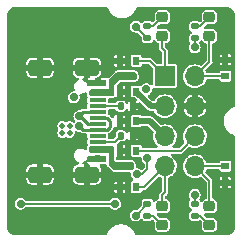
<source format=gbr>
%TF.GenerationSoftware,KiCad,Pcbnew,6.0.7+dfsg-1~bpo11+1*%
%TF.CreationDate,2022-10-03T02:59:32+00:00*%
%TF.ProjectId,0101-SERIAL-CP2102N,30313031-2d53-4455-9249-414c2d435032,V1.0*%
%TF.SameCoordinates,Original*%
%TF.FileFunction,Copper,L1,Top*%
%TF.FilePolarity,Positive*%
%FSLAX46Y46*%
G04 Gerber Fmt 4.6, Leading zero omitted, Abs format (unit mm)*
G04 Created by KiCad (PCBNEW 6.0.7+dfsg-1~bpo11+1) date 2022-10-03 02:59:32*
%MOMM*%
%LPD*%
G01*
G04 APERTURE LIST*
G04 Aperture macros list*
%AMRoundRect*
0 Rectangle with rounded corners*
0 $1 Rounding radius*
0 $2 $3 $4 $5 $6 $7 $8 $9 X,Y pos of 4 corners*
0 Add a 4 corners polygon primitive as box body*
4,1,4,$2,$3,$4,$5,$6,$7,$8,$9,$2,$3,0*
0 Add four circle primitives for the rounded corners*
1,1,$1+$1,$2,$3*
1,1,$1+$1,$4,$5*
1,1,$1+$1,$6,$7*
1,1,$1+$1,$8,$9*
0 Add four rect primitives between the rounded corners*
20,1,$1+$1,$2,$3,$4,$5,0*
20,1,$1+$1,$4,$5,$6,$7,0*
20,1,$1+$1,$6,$7,$8,$9,0*
20,1,$1+$1,$8,$9,$2,$3,0*%
G04 Aperture macros list end*
%TA.AperFunction,SMDPad,CuDef*%
%ADD10RoundRect,0.218750X-0.256250X0.218750X-0.256250X-0.218750X0.256250X-0.218750X0.256250X0.218750X0*%
%TD*%
%TA.AperFunction,SMDPad,CuDef*%
%ADD11RoundRect,0.135000X0.185000X-0.135000X0.185000X0.135000X-0.185000X0.135000X-0.185000X-0.135000X0*%
%TD*%
%TA.AperFunction,SMDPad,CuDef*%
%ADD12R,0.600000X0.700000*%
%TD*%
%TA.AperFunction,SMDPad,CuDef*%
%ADD13R,1.450000X0.600000*%
%TD*%
%TA.AperFunction,SMDPad,CuDef*%
%ADD14R,1.450000X0.300000*%
%TD*%
%TA.AperFunction,ComponentPad*%
%ADD15RoundRect,0.350000X-0.650000X0.350000X-0.650000X-0.350000X0.650000X-0.350000X0.650000X0.350000X0*%
%TD*%
%TA.AperFunction,ComponentPad*%
%ADD16RoundRect,0.350000X-0.700000X0.350000X-0.700000X-0.350000X0.700000X-0.350000X0.700000X0.350000X0*%
%TD*%
%TA.AperFunction,SMDPad,CuDef*%
%ADD17RoundRect,0.135000X-0.135000X-0.185000X0.135000X-0.185000X0.135000X0.185000X-0.135000X0.185000X0*%
%TD*%
%TA.AperFunction,SMDPad,CuDef*%
%ADD18RoundRect,0.218750X0.256250X-0.218750X0.256250X0.218750X-0.256250X0.218750X-0.256250X-0.218750X0*%
%TD*%
%TA.AperFunction,ComponentPad*%
%ADD19R,1.700000X1.700000*%
%TD*%
%TA.AperFunction,ComponentPad*%
%ADD20O,1.700000X1.700000*%
%TD*%
%TA.AperFunction,SMDPad,CuDef*%
%ADD21RoundRect,0.135000X-0.185000X0.135000X-0.185000X-0.135000X0.185000X-0.135000X0.185000X0.135000X0*%
%TD*%
%TA.AperFunction,SMDPad,CuDef*%
%ADD22R,0.700000X0.600000*%
%TD*%
%TA.AperFunction,ViaPad*%
%ADD23C,0.700000*%
%TD*%
%TA.AperFunction,ViaPad*%
%ADD24C,0.500000*%
%TD*%
%TA.AperFunction,Conductor*%
%ADD25C,0.500000*%
%TD*%
%TA.AperFunction,Conductor*%
%ADD26C,0.200000*%
%TD*%
%TA.AperFunction,Conductor*%
%ADD27C,0.280000*%
%TD*%
G04 APERTURE END LIST*
D10*
%TO.P,D1,1,K*%
%TO.N,/TXD*%
X17300000Y2587500D03*
%TO.P,D1,2,A*%
%TO.N,Net-(D1-Pad2)*%
X17300000Y1012500D03*
%TD*%
D11*
%TO.P,R15,1*%
%TO.N,VDD*%
X16050000Y16800000D03*
%TO.P,R15,2*%
%TO.N,Net-(D4-Pad2)*%
X16050000Y17820000D03*
%TD*%
D12*
%TO.P,D6,1,A1*%
%TO.N,GND*%
X9700000Y9800000D03*
%TO.P,D6,2,A2*%
%TO.N,VDD*%
X11100000Y9800000D03*
%TD*%
D13*
%TO.P,J1,A1,GND*%
%TO.N,GND*%
X7845000Y13000000D03*
%TO.P,J1,A4,VBUS*%
%TO.N,VBUS*%
X7845000Y12200000D03*
D14*
%TO.P,J1,A5,CC1*%
%TO.N,Net-(J1-PadA5)*%
X7845000Y11050000D03*
%TO.P,J1,A6,D+*%
%TO.N,/D+*%
X7845000Y10050000D03*
%TO.P,J1,A7,D-*%
%TO.N,/D-*%
X7845000Y9550000D03*
%TO.P,J1,A8,SBU1*%
%TO.N,unconnected-(J1-PadA8)*%
X7845000Y8550000D03*
D13*
%TO.P,J1,A9,VBUS*%
%TO.N,VBUS*%
X7845000Y7400000D03*
%TO.P,J1,A12,GND*%
%TO.N,GND*%
X7845000Y6600000D03*
%TO.P,J1,B1,GND*%
X7845000Y6600000D03*
%TO.P,J1,B4,VBUS*%
%TO.N,VBUS*%
X7845000Y7400000D03*
D14*
%TO.P,J1,B5,CC2*%
%TO.N,Net-(J1-PadB5)*%
X7845000Y8050000D03*
%TO.P,J1,B6,D+*%
%TO.N,/D+*%
X7845000Y9050000D03*
%TO.P,J1,B7,D-*%
%TO.N,/D-*%
X7845000Y10550000D03*
%TO.P,J1,B8,SBU2*%
%TO.N,unconnected-(J1-PadB8)*%
X7845000Y11550000D03*
D13*
%TO.P,J1,B9,VBUS*%
%TO.N,VBUS*%
X7845000Y12200000D03*
%TO.P,J1,B12,GND*%
%TO.N,GND*%
X7845000Y13000000D03*
D15*
%TO.P,J1,S1,SHIELD*%
X2950000Y5275000D03*
D16*
X6930000Y14325000D03*
X6930000Y5275000D03*
D15*
X2950000Y14325000D03*
%TD*%
D17*
%TO.P,R4,1*%
%TO.N,Net-(J1-PadA5)*%
X9800000Y11050000D03*
%TO.P,R4,2*%
%TO.N,GND*%
X10820000Y11050000D03*
%TD*%
D12*
%TO.P,D8,1,A1*%
%TO.N,GND*%
X9700000Y4200000D03*
%TO.P,D8,2,A2*%
%TO.N,/RXD*%
X11100000Y4200000D03*
%TD*%
D18*
%TO.P,D3,1,K*%
%TO.N,/RTS{slash}BOOT*%
X13300000Y17012500D03*
%TO.P,D3,2,A*%
%TO.N,Net-(D3-Pad2)*%
X13300000Y18587500D03*
%TD*%
D17*
%TO.P,R5,1*%
%TO.N,Net-(J1-PadB5)*%
X9800000Y8550000D03*
%TO.P,R5,2*%
%TO.N,GND*%
X10820000Y8550000D03*
%TD*%
D19*
%TO.P,J2,1,Pin_1*%
%TO.N,/RTS{slash}BOOT*%
X13525000Y13600000D03*
D20*
%TO.P,J2,2,Pin_2*%
%TO.N,/DTR{slash}RESET*%
X16065000Y13600000D03*
%TO.P,J2,3,Pin_3*%
%TO.N,VBUS*%
X13525000Y11060000D03*
%TO.P,J2,4,Pin_4*%
%TO.N,GND*%
X16065000Y11060000D03*
%TO.P,J2,5,Pin_5*%
%TO.N,VDD*%
X13525000Y8520000D03*
%TO.P,J2,6,Pin_6*%
%TO.N,/CTS*%
X16065000Y8520000D03*
%TO.P,J2,7,Pin_7*%
%TO.N,/RXD*%
X13525000Y5980000D03*
%TO.P,J2,8,Pin_8*%
%TO.N,/TXD*%
X16065000Y5980000D03*
%TD*%
D18*
%TO.P,D4,1,K*%
%TO.N,/DTR{slash}RESET*%
X17300000Y17012500D03*
%TO.P,D4,2,A*%
%TO.N,Net-(D4-Pad2)*%
X17300000Y18587500D03*
%TD*%
D21*
%TO.P,R12,1*%
%TO.N,VDD*%
X16050000Y2800000D03*
%TO.P,R12,2*%
%TO.N,Net-(D1-Pad2)*%
X16050000Y1780000D03*
%TD*%
D12*
%TO.P,D5,1,A1*%
%TO.N,GND*%
X9700000Y12300000D03*
%TO.P,D5,2,A2*%
%TO.N,VBUS*%
X11100000Y12300000D03*
%TD*%
D22*
%TO.P,D10,1,A1*%
%TO.N,GND*%
X18650000Y15000000D03*
%TO.P,D10,2,A2*%
%TO.N,/DTR{slash}RESET*%
X18650000Y13600000D03*
%TD*%
D10*
%TO.P,D2,1,K*%
%TO.N,/RXD*%
X13300000Y2587500D03*
%TO.P,D2,2,A*%
%TO.N,Net-(D2-Pad2)*%
X13300000Y1012500D03*
%TD*%
D21*
%TO.P,R13,1*%
%TO.N,VDD*%
X12050000Y2800000D03*
%TO.P,R13,2*%
%TO.N,Net-(D2-Pad2)*%
X12050000Y1780000D03*
%TD*%
D12*
%TO.P,D11,1,A1*%
%TO.N,GND*%
X9700000Y7300000D03*
%TO.P,D11,2,A2*%
%TO.N,/CTS*%
X11100000Y7300000D03*
%TD*%
%TO.P,D9,1,A1*%
%TO.N,GND*%
X9700000Y14900000D03*
%TO.P,D9,2,A2*%
%TO.N,/RTS{slash}BOOT*%
X11100000Y14900000D03*
%TD*%
D22*
%TO.P,D7,1,A1*%
%TO.N,GND*%
X18650000Y4600000D03*
%TO.P,D7,2,A2*%
%TO.N,/TXD*%
X18650000Y5980000D03*
%TD*%
D11*
%TO.P,R14,1*%
%TO.N,VDD*%
X12050000Y16800000D03*
%TO.P,R14,2*%
%TO.N,Net-(D3-Pad2)*%
X12050000Y17820000D03*
%TD*%
D23*
%TO.N,VDD*%
X16050000Y16050000D03*
X11050000Y17800000D03*
X11050000Y1800000D03*
D24*
X5450000Y8800000D03*
X5450000Y9400000D03*
D23*
X16050000Y3550000D03*
D24*
X4850000Y9400000D03*
X4850000Y8800000D03*
%TO.N,GND*%
X19050000Y16050000D03*
X1800000Y11800000D03*
X1800000Y10800000D03*
X5800000Y550000D03*
X19050000Y7050000D03*
X16050000Y19050000D03*
X8800000Y16050000D03*
X4800000Y550000D03*
X16550000Y4450000D03*
X12300000Y3800000D03*
X12050000Y550000D03*
X11800000Y16050000D03*
X15550000Y4450000D03*
X3800000Y550000D03*
X19050000Y12550000D03*
X19050000Y8050000D03*
X1800000Y9800000D03*
X5800000Y7850000D03*
X7550000Y550000D03*
X7550000Y19050000D03*
X3050000Y11300000D03*
X14550000Y3550000D03*
X3050000Y10300000D03*
X6550000Y8300000D03*
X16800000Y7300000D03*
X12050000Y19050000D03*
X14300000Y15300000D03*
X19050000Y3550000D03*
X16050000Y550000D03*
X15300000Y15300000D03*
X1800000Y8800000D03*
X1800000Y7800000D03*
X9800000Y16050000D03*
X14800000Y6800000D03*
X19050000Y11550000D03*
%TO.N,VBUS*%
X10200000Y13600000D03*
X9350000Y6000000D03*
X9600000Y13600000D03*
X10800000Y13600000D03*
X9950000Y6000000D03*
X10550000Y6000000D03*
D23*
%TO.N,/RTS{slash}BOOT*%
X9300000Y2800000D03*
X1300000Y2800000D03*
%TO.N,/D-*%
X6285542Y10225000D03*
%TO.N,/D+*%
X6285542Y9375000D03*
%TO.N,Net-(R3-Pad2)*%
X11950000Y12500000D03*
X5800000Y11800000D03*
%TO.N,/RTS*%
X11150000Y5300000D03*
X12050000Y6650000D03*
%TD*%
D25*
%TO.N,VDD*%
X12245000Y9800000D02*
X13525000Y8520000D01*
D26*
X12050000Y16800000D02*
X11050000Y17800000D01*
X16050000Y2800000D02*
X16050000Y3550000D01*
X12050000Y2800000D02*
X11050000Y1800000D01*
X16050000Y16800000D02*
X16050000Y16050000D01*
D25*
X11100000Y9800000D02*
X12245000Y9800000D01*
%TO.N,VBUS*%
X12329339Y11060000D02*
X13525000Y11060000D01*
X11100000Y12289339D02*
X12329339Y11060000D01*
X11100000Y12300000D02*
X11100000Y12289339D01*
D26*
%TO.N,/RXD*%
X13525000Y3775000D02*
X13525000Y5980000D01*
X11745000Y4200000D02*
X13525000Y5980000D01*
X11100000Y4200000D02*
X11745000Y4200000D01*
X13300000Y3550000D02*
X13525000Y3775000D01*
X13300000Y2587500D02*
X13300000Y3550000D01*
%TO.N,/TXD*%
X18650000Y5980000D02*
X16065000Y5980000D01*
X17300000Y4745000D02*
X16065000Y5980000D01*
X17300000Y2587500D02*
X17300000Y4745000D01*
%TO.N,/CTS*%
X11100000Y7300000D02*
X14845000Y7300000D01*
X14845000Y7300000D02*
X16065000Y8520000D01*
%TO.N,/DTR{slash}RESET*%
X18650000Y13600000D02*
X16065000Y13600000D01*
X17300000Y14835000D02*
X17300000Y17012500D01*
X16065000Y13600000D02*
X17300000Y14835000D01*
%TO.N,/RTS{slash}BOOT*%
X11100000Y14900000D02*
X12225000Y14900000D01*
X13525000Y15725000D02*
X13525000Y13600000D01*
X12225000Y14900000D02*
X13525000Y13600000D01*
X13300000Y15950000D02*
X13525000Y15725000D01*
X13300000Y17012500D02*
X13300000Y15950000D01*
X1300000Y2800000D02*
X9300000Y2800000D01*
%TO.N,Net-(J1-PadA5)*%
X9800000Y11050000D02*
X7845000Y11050000D01*
D27*
%TO.N,/D-*%
X6340639Y10225000D02*
X6285542Y10225000D01*
X7845000Y9550000D02*
X7015639Y9550000D01*
X6610542Y10550000D02*
X6285542Y10225000D01*
X7015639Y9550000D02*
X6340639Y10225000D01*
X7845000Y10550000D02*
X6610542Y10550000D01*
%TO.N,/D+*%
X7845000Y10050000D02*
X8650000Y10050000D01*
X8860000Y9260000D02*
X8650000Y9050000D01*
X8860000Y9840000D02*
X8860000Y9260000D01*
X8650000Y10050000D02*
X8860000Y9840000D01*
X6610542Y9050000D02*
X6285542Y9375000D01*
X8650000Y9050000D02*
X7845000Y9050000D01*
X7845000Y9050000D02*
X6610542Y9050000D01*
D26*
%TO.N,Net-(J1-PadB5)*%
X9800000Y8550000D02*
X9300000Y8050000D01*
X9300000Y8050000D02*
X7845000Y8050000D01*
%TO.N,/RTS*%
X12050000Y5750000D02*
X11600000Y5300000D01*
X11600000Y5300000D02*
X11150000Y5300000D01*
X12050000Y6650000D02*
X12050000Y5750000D01*
%TO.N,Net-(D1-Pad2)*%
X16532500Y1780000D02*
X17300000Y1012500D01*
X16050000Y1780000D02*
X16532500Y1780000D01*
%TO.N,Net-(D2-Pad2)*%
X12050000Y1780000D02*
X12532500Y1780000D01*
X12532500Y1780000D02*
X13300000Y1012500D01*
%TO.N,Net-(D3-Pad2)*%
X12532500Y17820000D02*
X13300000Y18587500D01*
X12050000Y17820000D02*
X12532500Y17820000D01*
%TO.N,Net-(D4-Pad2)*%
X16532500Y17820000D02*
X17300000Y18587500D01*
X16050000Y17820000D02*
X16532500Y17820000D01*
%TD*%
%TA.AperFunction,Conductor*%
%TO.N,VBUS*%
G36*
X9012170Y7697579D02*
G01*
X9036073Y7692825D01*
X9071091Y7685859D01*
X9116510Y7667046D01*
X9136329Y7653804D01*
X9155939Y7640700D01*
X9190700Y7605939D01*
X9217045Y7566512D01*
X9235860Y7521089D01*
X9247079Y7464684D01*
X9249500Y7440104D01*
X9249500Y6935180D01*
X9249833Y6933506D01*
X9250000Y6930102D01*
X9250000Y6500000D01*
X9400000Y6350000D01*
X10637590Y6350000D01*
X10662170Y6347579D01*
X10686073Y6342825D01*
X10721091Y6335859D01*
X10766510Y6317046D01*
X10786329Y6303804D01*
X10805939Y6290700D01*
X10840700Y6255939D01*
X10867045Y6216512D01*
X10885860Y6171089D01*
X10897579Y6112170D01*
X10900000Y6087590D01*
X10900000Y5912410D01*
X10897579Y5887830D01*
X10885860Y5828911D01*
X10867045Y5783488D01*
X10840700Y5744061D01*
X10805939Y5709300D01*
X10786329Y5696196D01*
X10766510Y5682954D01*
X10721091Y5664141D01*
X10686073Y5657175D01*
X10662170Y5652421D01*
X10637590Y5650000D01*
X9315963Y5650000D01*
X9291382Y5652421D01*
X9286254Y5653441D01*
X9232464Y5664141D01*
X9187044Y5682954D01*
X9137093Y5716330D01*
X9118000Y5732000D01*
X8832000Y6018000D01*
X8816330Y6037093D01*
X8782954Y6087044D01*
X8764140Y6132465D01*
X8756458Y6171089D01*
X8752421Y6191382D01*
X8750000Y6215963D01*
X8750000Y7100000D01*
X7362410Y7100000D01*
X7337830Y7102421D01*
X7313927Y7107175D01*
X7278909Y7114141D01*
X7233490Y7132954D01*
X7213671Y7146196D01*
X7194061Y7159300D01*
X7159300Y7194061D01*
X7132955Y7233488D01*
X7114140Y7278911D01*
X7102421Y7337830D01*
X7100000Y7362410D01*
X7100000Y7437590D01*
X7102421Y7462170D01*
X7114140Y7521089D01*
X7132955Y7566512D01*
X7159300Y7605939D01*
X7194061Y7640700D01*
X7213671Y7653804D01*
X7233490Y7667046D01*
X7278909Y7685859D01*
X7313927Y7692825D01*
X7337830Y7697579D01*
X7362410Y7700000D01*
X8987590Y7700000D01*
X9012170Y7697579D01*
G37*
%TD.AperFunction*%
%TD*%
%TA.AperFunction,Conductor*%
%TO.N,VBUS*%
G36*
X10912170Y13947579D02*
G01*
X10936073Y13942825D01*
X10971091Y13935859D01*
X11016510Y13917046D01*
X11036329Y13903804D01*
X11055939Y13890700D01*
X11090700Y13855939D01*
X11117045Y13816512D01*
X11135860Y13771089D01*
X11147579Y13712170D01*
X11150000Y13687590D01*
X11150000Y13512410D01*
X11147579Y13487830D01*
X11135860Y13428911D01*
X11117045Y13383488D01*
X11090700Y13344061D01*
X11055939Y13309300D01*
X11036329Y13296196D01*
X11016510Y13282954D01*
X10971091Y13264141D01*
X10936073Y13257175D01*
X10912170Y13252421D01*
X10887590Y13250000D01*
X9650000Y13250000D01*
X9250000Y12850000D01*
X9250000Y12669898D01*
X9249833Y12666494D01*
X9249500Y12664820D01*
X9249500Y12159896D01*
X9247079Y12135316D01*
X9235860Y12078911D01*
X9217045Y12033488D01*
X9190700Y11994061D01*
X9155939Y11959300D01*
X9136329Y11946196D01*
X9116510Y11932954D01*
X9071091Y11914141D01*
X9036073Y11907175D01*
X9012170Y11902421D01*
X8987590Y11900000D01*
X7362410Y11900000D01*
X7337830Y11902421D01*
X7313927Y11907175D01*
X7278909Y11914141D01*
X7233490Y11932954D01*
X7213671Y11946196D01*
X7194061Y11959300D01*
X7159300Y11994061D01*
X7132955Y12033488D01*
X7114140Y12078911D01*
X7102421Y12137830D01*
X7100000Y12162410D01*
X7100000Y12237590D01*
X7102421Y12262170D01*
X7114140Y12321089D01*
X7132955Y12366512D01*
X7159300Y12405939D01*
X7194061Y12440700D01*
X7213671Y12453804D01*
X7233490Y12467046D01*
X7278909Y12485859D01*
X7313927Y12492825D01*
X7337830Y12497579D01*
X7362410Y12500000D01*
X8750000Y12500000D01*
X8750000Y13134037D01*
X8752421Y13158618D01*
X8764140Y13217535D01*
X8782954Y13262956D01*
X8783745Y13264140D01*
X8816331Y13312908D01*
X8832000Y13332000D01*
X9368000Y13868000D01*
X9387093Y13883670D01*
X9437044Y13917046D01*
X9482464Y13935859D01*
X9541382Y13947579D01*
X9565963Y13950000D01*
X10887590Y13950000D01*
X10912170Y13947579D01*
G37*
%TD.AperFunction*%
%TD*%
%TA.AperFunction,Conductor*%
%TO.N,GND*%
G36*
X8653332Y19429498D02*
G01*
X8699825Y19375842D01*
X8701115Y19372667D01*
X8701476Y19371320D01*
X8787324Y19181795D01*
X8790190Y19177505D01*
X8899227Y19014286D01*
X8902901Y19008786D01*
X9045119Y18856918D01*
X9210178Y18730247D01*
X9393668Y18632159D01*
X9398545Y18630503D01*
X9398548Y18630502D01*
X9585802Y18566931D01*
X9590686Y18565273D01*
X9795969Y18531377D01*
X10004031Y18531377D01*
X10209314Y18565273D01*
X10214198Y18566931D01*
X10401452Y18630502D01*
X10401455Y18630503D01*
X10406332Y18632159D01*
X10589822Y18730247D01*
X10754881Y18856918D01*
X10897099Y19008786D01*
X10900774Y19014286D01*
X11009810Y19177505D01*
X11012676Y19181795D01*
X11063341Y19293646D01*
X11098524Y19371320D01*
X11099686Y19370793D01*
X11137922Y19423337D01*
X11204100Y19449046D01*
X11214789Y19449500D01*
X18763598Y19449500D01*
X18771315Y19448484D01*
X18783978Y19448484D01*
X18800000Y19444191D01*
X18813583Y19447830D01*
X18816043Y19447692D01*
X18930420Y19434805D01*
X18957928Y19428526D01*
X19068407Y19389868D01*
X19093820Y19377631D01*
X19192943Y19315349D01*
X19214998Y19297759D01*
X19297759Y19214998D01*
X19315349Y19192943D01*
X19377631Y19093820D01*
X19389868Y19068407D01*
X19428526Y18957928D01*
X19434805Y18930420D01*
X19447692Y18816043D01*
X19447830Y18813583D01*
X19444191Y18800000D01*
X19448484Y18783978D01*
X19448484Y18771315D01*
X19449500Y18763598D01*
X19449500Y11114789D01*
X19429498Y11046668D01*
X19375842Y11000175D01*
X19372667Y10998885D01*
X19371320Y10998524D01*
X19181795Y10912676D01*
X19177505Y10909810D01*
X19013074Y10799964D01*
X19013070Y10799961D01*
X19008786Y10797099D01*
X18952398Y10744294D01*
X18869109Y10666297D01*
X18856918Y10654881D01*
X18730247Y10489822D01*
X18632159Y10306332D01*
X18630503Y10301455D01*
X18630502Y10301452D01*
X18566931Y10114198D01*
X18565273Y10109314D01*
X18531377Y9904031D01*
X18531377Y9695969D01*
X18565273Y9490686D01*
X18566931Y9485803D01*
X18566931Y9485802D01*
X18629600Y9301207D01*
X18632159Y9293668D01*
X18730247Y9110178D01*
X18856918Y8945119D01*
X18860682Y8941595D01*
X18860683Y8941593D01*
X18924280Y8882038D01*
X19008786Y8802901D01*
X19013070Y8800039D01*
X19013074Y8800036D01*
X19124132Y8725845D01*
X19181795Y8687324D01*
X19186495Y8685195D01*
X19186497Y8685194D01*
X19371320Y8601476D01*
X19370793Y8600314D01*
X19423337Y8562078D01*
X19449046Y8495900D01*
X19449500Y8485211D01*
X19449500Y836402D01*
X19448484Y828685D01*
X19448484Y816022D01*
X19444191Y800000D01*
X19447830Y786417D01*
X19447692Y783957D01*
X19434805Y669580D01*
X19428526Y642072D01*
X19389868Y531593D01*
X19377631Y506180D01*
X19315349Y407057D01*
X19297759Y385002D01*
X19214998Y302241D01*
X19192943Y284651D01*
X19093820Y222369D01*
X19068407Y210132D01*
X18957928Y171474D01*
X18930420Y165195D01*
X18816043Y152308D01*
X18813583Y152170D01*
X18800000Y155809D01*
X18783978Y151516D01*
X18771315Y151516D01*
X18763598Y150500D01*
X11114789Y150500D01*
X11046668Y170502D01*
X11000175Y224158D01*
X10998885Y227333D01*
X10998524Y228680D01*
X10912676Y418205D01*
X10888477Y454429D01*
X10799964Y586926D01*
X10799961Y586930D01*
X10797099Y591214D01*
X10654881Y743082D01*
X10489822Y869753D01*
X10306332Y967841D01*
X10301455Y969497D01*
X10301452Y969498D01*
X10114198Y1033069D01*
X10114197Y1033069D01*
X10109314Y1034727D01*
X9904031Y1068623D01*
X9695969Y1068623D01*
X9490686Y1034727D01*
X9485803Y1033069D01*
X9485802Y1033069D01*
X9298548Y969498D01*
X9298545Y969497D01*
X9293668Y967841D01*
X9110178Y869753D01*
X8945119Y743082D01*
X8802901Y591214D01*
X8800039Y586930D01*
X8800036Y586926D01*
X8711523Y454429D01*
X8687324Y418205D01*
X8685195Y413505D01*
X8685194Y413503D01*
X8634796Y302241D01*
X8601476Y228680D01*
X8600314Y229207D01*
X8562078Y176663D01*
X8495900Y150954D01*
X8485211Y150500D01*
X836402Y150500D01*
X828685Y151516D01*
X816022Y151516D01*
X800000Y155809D01*
X786417Y152170D01*
X783957Y152308D01*
X669580Y165195D01*
X642072Y171474D01*
X531593Y210132D01*
X506180Y222369D01*
X407057Y284651D01*
X385002Y302241D01*
X302241Y385002D01*
X284651Y407057D01*
X222369Y506180D01*
X210132Y531593D01*
X171474Y642072D01*
X165195Y669580D01*
X152308Y783957D01*
X152170Y786417D01*
X155809Y800000D01*
X151516Y816022D01*
X151516Y828685D01*
X150500Y836402D01*
X150500Y2806177D01*
X794391Y2806177D01*
X795555Y2797275D01*
X795555Y2797272D01*
X796814Y2787646D01*
X812980Y2664021D01*
X870720Y2532797D01*
X876497Y2525924D01*
X876498Y2525923D01*
X954131Y2433567D01*
X962970Y2423052D01*
X970447Y2418075D01*
X1062449Y2356833D01*
X1082313Y2343610D01*
X1219157Y2300858D01*
X1228129Y2300694D01*
X1228132Y2300693D01*
X1293463Y2299496D01*
X1362499Y2298230D01*
X1371533Y2300693D01*
X1492158Y2333579D01*
X1492160Y2333580D01*
X1500817Y2335940D01*
X1622991Y2410955D01*
X1631764Y2420647D01*
X1710881Y2508055D01*
X1771425Y2545136D01*
X1804297Y2549500D01*
X8797992Y2549500D01*
X8866113Y2529498D01*
X8894443Y2504575D01*
X8953877Y2433870D01*
X8962970Y2423052D01*
X8970447Y2418075D01*
X9062449Y2356833D01*
X9082313Y2343610D01*
X9219157Y2300858D01*
X9228129Y2300694D01*
X9228132Y2300693D01*
X9293463Y2299496D01*
X9362499Y2298230D01*
X9371533Y2300693D01*
X9492158Y2333579D01*
X9492160Y2333580D01*
X9500817Y2335940D01*
X9622991Y2410955D01*
X9632006Y2420914D01*
X9713178Y2510593D01*
X9719200Y2517246D01*
X9781710Y2646267D01*
X9805496Y2787646D01*
X9805647Y2800000D01*
X9797473Y2857076D01*
X9786596Y2933032D01*
X9786595Y2933035D01*
X9785323Y2941918D01*
X9725984Y3072428D01*
X9695916Y3107324D01*
X9638260Y3174237D01*
X9638257Y3174240D01*
X9632400Y3181037D01*
X9512095Y3259015D01*
X9374739Y3300093D01*
X9365763Y3300148D01*
X9365762Y3300148D01*
X9305555Y3300516D01*
X9231376Y3300969D01*
X9093529Y3261572D01*
X8972280Y3185070D01*
X8966338Y3178342D01*
X8966337Y3178341D01*
X8891048Y3093092D01*
X8830963Y3055274D01*
X8796607Y3050500D01*
X1802632Y3050500D01*
X1734511Y3070502D01*
X1707179Y3094252D01*
X1703009Y3099092D01*
X1632400Y3181037D01*
X1512095Y3259015D01*
X1374739Y3300093D01*
X1365763Y3300148D01*
X1365762Y3300148D01*
X1305555Y3300516D01*
X1231376Y3300969D01*
X1093529Y3261572D01*
X972280Y3185070D01*
X877377Y3077612D01*
X816447Y2947837D01*
X811054Y2913199D01*
X799852Y2841250D01*
X794391Y2806177D01*
X150500Y2806177D01*
X150500Y3841414D01*
X9250001Y3841414D01*
X9251209Y3829154D01*
X9256282Y3803648D01*
X9265599Y3781152D01*
X9284963Y3752172D01*
X9302172Y3734963D01*
X9331156Y3715596D01*
X9353642Y3706282D01*
X9379158Y3701207D01*
X9391412Y3700000D01*
X9427885Y3700000D01*
X9443124Y3704475D01*
X9444329Y3705865D01*
X9446000Y3713548D01*
X9446000Y3718116D01*
X9954000Y3718116D01*
X9958475Y3702877D01*
X9959865Y3701672D01*
X9967548Y3700001D01*
X10008586Y3700001D01*
X10020846Y3701209D01*
X10046352Y3706282D01*
X10068848Y3715599D01*
X10097828Y3734963D01*
X10115037Y3752172D01*
X10134404Y3781156D01*
X10143718Y3803642D01*
X10148793Y3829158D01*
X10150000Y3841412D01*
X10150000Y3927885D01*
X10145525Y3943124D01*
X10144135Y3944329D01*
X10136452Y3946000D01*
X9972115Y3946000D01*
X9956876Y3941525D01*
X9955671Y3940135D01*
X9954000Y3932452D01*
X9954000Y3718116D01*
X9446000Y3718116D01*
X9446000Y3927885D01*
X9441525Y3943124D01*
X9440135Y3944329D01*
X9432452Y3946000D01*
X9268116Y3946000D01*
X9252877Y3941525D01*
X9251672Y3940135D01*
X9250001Y3932452D01*
X9250001Y3841414D01*
X150500Y3841414D01*
X150500Y4881085D01*
X1800000Y4881085D01*
X1800369Y4874271D01*
X1805789Y4824379D01*
X1809414Y4809133D01*
X1853767Y4690823D01*
X1862299Y4675237D01*
X1937430Y4574991D01*
X1949991Y4562430D01*
X2050237Y4487299D01*
X2065823Y4478767D01*
X2184133Y4434414D01*
X2199379Y4430789D01*
X2249271Y4425369D01*
X2256085Y4425000D01*
X2677885Y4425000D01*
X2693124Y4429475D01*
X2694329Y4430865D01*
X2696000Y4438548D01*
X2696000Y4443115D01*
X3204000Y4443115D01*
X3208475Y4427876D01*
X3209865Y4426671D01*
X3217548Y4425000D01*
X3643915Y4425000D01*
X3650729Y4425369D01*
X3700621Y4430789D01*
X3715867Y4434414D01*
X3834177Y4478767D01*
X3849763Y4487299D01*
X3950009Y4562430D01*
X3962570Y4574991D01*
X4037701Y4675237D01*
X4046233Y4690823D01*
X4090586Y4809133D01*
X4094211Y4824379D01*
X4099631Y4874271D01*
X4100000Y4881085D01*
X5730000Y4881085D01*
X5730369Y4874271D01*
X5735789Y4824379D01*
X5739414Y4809133D01*
X5783767Y4690823D01*
X5792299Y4675237D01*
X5867430Y4574991D01*
X5879991Y4562430D01*
X5980237Y4487299D01*
X5995823Y4478767D01*
X6114133Y4434414D01*
X6129379Y4430789D01*
X6179271Y4425369D01*
X6186085Y4425000D01*
X6657885Y4425000D01*
X6673124Y4429475D01*
X6674329Y4430865D01*
X6676000Y4438548D01*
X6676000Y4443115D01*
X7184000Y4443115D01*
X7188475Y4427876D01*
X7189865Y4426671D01*
X7197548Y4425000D01*
X7673915Y4425000D01*
X7680729Y4425369D01*
X7730621Y4430789D01*
X7745867Y4434414D01*
X7846433Y4472115D01*
X9250000Y4472115D01*
X9254475Y4456876D01*
X9255865Y4455671D01*
X9263548Y4454000D01*
X9427885Y4454000D01*
X9443124Y4458475D01*
X9444329Y4459865D01*
X9446000Y4467548D01*
X9446000Y4472115D01*
X9954000Y4472115D01*
X9958475Y4456876D01*
X9959865Y4455671D01*
X9967548Y4454000D01*
X10131884Y4454000D01*
X10147123Y4458475D01*
X10148328Y4459865D01*
X10149999Y4467548D01*
X10149999Y4558586D01*
X10148791Y4570846D01*
X10143718Y4596352D01*
X10134401Y4618848D01*
X10115037Y4647828D01*
X10097828Y4665037D01*
X10068844Y4684404D01*
X10046358Y4693718D01*
X10020842Y4698793D01*
X10008588Y4700000D01*
X9972115Y4700000D01*
X9956876Y4695525D01*
X9955671Y4694135D01*
X9954000Y4686452D01*
X9954000Y4472115D01*
X9446000Y4472115D01*
X9446000Y4681884D01*
X9441525Y4697123D01*
X9440135Y4698328D01*
X9432452Y4699999D01*
X9391414Y4699999D01*
X9379154Y4698791D01*
X9353648Y4693718D01*
X9331152Y4684401D01*
X9302172Y4665037D01*
X9284963Y4647828D01*
X9265596Y4618844D01*
X9256282Y4596358D01*
X9251207Y4570842D01*
X9250000Y4558588D01*
X9250000Y4472115D01*
X7846433Y4472115D01*
X7864177Y4478767D01*
X7879763Y4487299D01*
X7980009Y4562430D01*
X7992570Y4574991D01*
X8067701Y4675237D01*
X8076233Y4690823D01*
X8120586Y4809133D01*
X8124211Y4824379D01*
X8129631Y4874271D01*
X8130000Y4881085D01*
X8130000Y5002885D01*
X8125525Y5018124D01*
X8124135Y5019329D01*
X8116452Y5021000D01*
X7202115Y5021000D01*
X7186876Y5016525D01*
X7185671Y5015135D01*
X7184000Y5007452D01*
X7184000Y4443115D01*
X6676000Y4443115D01*
X6676000Y5002885D01*
X6671525Y5018124D01*
X6670135Y5019329D01*
X6662452Y5021000D01*
X5748115Y5021000D01*
X5732876Y5016525D01*
X5731671Y5015135D01*
X5730000Y5007452D01*
X5730000Y4881085D01*
X4100000Y4881085D01*
X4100000Y5002885D01*
X4095525Y5018124D01*
X4094135Y5019329D01*
X4086452Y5021000D01*
X3222115Y5021000D01*
X3206876Y5016525D01*
X3205671Y5015135D01*
X3204000Y5007452D01*
X3204000Y4443115D01*
X2696000Y4443115D01*
X2696000Y5002885D01*
X2691525Y5018124D01*
X2690135Y5019329D01*
X2682452Y5021000D01*
X1818115Y5021000D01*
X1802876Y5016525D01*
X1801671Y5015135D01*
X1800000Y5007452D01*
X1800000Y4881085D01*
X150500Y4881085D01*
X150500Y5547115D01*
X1800000Y5547115D01*
X1804475Y5531876D01*
X1805865Y5530671D01*
X1813548Y5529000D01*
X2677885Y5529000D01*
X2693124Y5533475D01*
X2694329Y5534865D01*
X2696000Y5542548D01*
X2696000Y5547115D01*
X3204000Y5547115D01*
X3208475Y5531876D01*
X3209865Y5530671D01*
X3217548Y5529000D01*
X4081885Y5529000D01*
X4097124Y5533475D01*
X4098329Y5534865D01*
X4100000Y5542548D01*
X4100000Y5668915D01*
X4099631Y5675729D01*
X4094211Y5725621D01*
X4090586Y5740867D01*
X4046233Y5859177D01*
X4037701Y5874763D01*
X3962570Y5975009D01*
X3950009Y5987570D01*
X3849763Y6062701D01*
X3834177Y6071233D01*
X3715867Y6115586D01*
X3700621Y6119211D01*
X3650729Y6124631D01*
X3643915Y6125000D01*
X3222115Y6125000D01*
X3206876Y6120525D01*
X3205671Y6119135D01*
X3204000Y6111452D01*
X3204000Y5547115D01*
X2696000Y5547115D01*
X2696000Y6106885D01*
X2691525Y6122124D01*
X2690135Y6123329D01*
X2682452Y6125000D01*
X2256085Y6125000D01*
X2249271Y6124631D01*
X2199379Y6119211D01*
X2184133Y6115586D01*
X2065823Y6071233D01*
X2050237Y6062701D01*
X1949991Y5987570D01*
X1937430Y5975009D01*
X1862299Y5874763D01*
X1853767Y5859177D01*
X1809414Y5740867D01*
X1805789Y5725621D01*
X1800369Y5675729D01*
X1800000Y5668915D01*
X1800000Y5547115D01*
X150500Y5547115D01*
X150500Y8800000D01*
X4424258Y8800000D01*
X4445095Y8668438D01*
X4505567Y8549755D01*
X4599755Y8455567D01*
X4718438Y8395095D01*
X4850000Y8374258D01*
X4981562Y8395095D01*
X5092797Y8451772D01*
X5162574Y8464876D01*
X5207203Y8451772D01*
X5318438Y8395095D01*
X5450000Y8374258D01*
X5581562Y8395095D01*
X5700245Y8455567D01*
X5794433Y8549755D01*
X5854905Y8668438D01*
X5875742Y8800000D01*
X5874191Y8809793D01*
X5874191Y8812695D01*
X5894193Y8880816D01*
X5947849Y8927309D01*
X6018123Y8937413D01*
X6054433Y8926422D01*
X6060382Y8923585D01*
X6067855Y8918610D01*
X6076424Y8915933D01*
X6076426Y8915932D01*
X6117481Y8903106D01*
X6204699Y8875858D01*
X6213671Y8875694D01*
X6213674Y8875693D01*
X6291161Y8874273D01*
X6326181Y8873631D01*
X6393923Y8852384D01*
X6412966Y8836747D01*
X6424233Y8825480D01*
X6428111Y8822820D01*
X6430467Y8820751D01*
X6437880Y8813875D01*
X6452624Y8800198D01*
X6463428Y8795887D01*
X6468383Y8792755D01*
X6475873Y8788756D01*
X6481217Y8786388D01*
X6490809Y8779808D01*
X6502126Y8777122D01*
X6502127Y8777122D01*
X6513696Y8774377D01*
X6531294Y8768812D01*
X6553140Y8760096D01*
X6559219Y8759500D01*
X6562296Y8759500D01*
X6565371Y8759350D01*
X6565357Y8759065D01*
X6574276Y8758022D01*
X6584782Y8757508D01*
X6596105Y8754821D01*
X6607634Y8756390D01*
X6607636Y8756390D01*
X6622029Y8758349D01*
X6639020Y8759500D01*
X6843500Y8759500D01*
X6911621Y8739498D01*
X6958114Y8685842D01*
X6969500Y8633500D01*
X6969500Y8385180D01*
X6978233Y8341278D01*
X6978819Y8340401D01*
X6985568Y8277630D01*
X6981414Y8263483D01*
X6978233Y8258722D01*
X6969500Y8214820D01*
X6969500Y7885180D01*
X6978233Y7841278D01*
X6978819Y7840401D01*
X6985568Y7777630D01*
X6981414Y7763483D01*
X6978233Y7758722D01*
X6969500Y7714820D01*
X6969500Y7596065D01*
X6964075Y7559492D01*
X6961628Y7551424D01*
X6949909Y7492505D01*
X6949682Y7490978D01*
X6949679Y7490958D01*
X6947900Y7478966D01*
X6947897Y7478945D01*
X6947670Y7477412D01*
X6947516Y7475847D01*
X6945497Y7455346D01*
X6945249Y7452832D01*
X6945248Y7452807D01*
X6920324Y7386470D01*
X6863386Y7344060D01*
X6792558Y7339165D01*
X6742937Y7362257D01*
X6690233Y7402698D01*
X6550236Y7460687D01*
X6437720Y7475500D01*
X6362280Y7475500D01*
X6249764Y7460687D01*
X6109767Y7402698D01*
X5989549Y7310451D01*
X5897302Y7190233D01*
X5839313Y7050236D01*
X5819534Y6900000D01*
X5839313Y6749764D01*
X5897302Y6609767D01*
X5989549Y6489549D01*
X6109767Y6397302D01*
X6190689Y6363783D01*
X6245969Y6319234D01*
X6268390Y6251871D01*
X6250832Y6183079D01*
X6198869Y6134701D01*
X6156077Y6122111D01*
X6129379Y6119211D01*
X6114133Y6115586D01*
X5995823Y6071233D01*
X5980237Y6062701D01*
X5879991Y5987570D01*
X5867430Y5975009D01*
X5792299Y5874763D01*
X5783767Y5859177D01*
X5739414Y5740867D01*
X5735789Y5725621D01*
X5730369Y5675729D01*
X5730000Y5668915D01*
X5730000Y5547115D01*
X5734475Y5531876D01*
X5735865Y5530671D01*
X5743548Y5529000D01*
X6657885Y5529000D01*
X6673124Y5533475D01*
X6674329Y5534865D01*
X6676000Y5542548D01*
X6676000Y6106885D01*
X6671525Y6122124D01*
X6670135Y6123329D01*
X6649217Y6127879D01*
X6649653Y6129883D01*
X6598162Y6145002D01*
X6551669Y6198658D01*
X6541565Y6268932D01*
X6571059Y6333512D01*
X6618065Y6367409D01*
X6620815Y6368548D01*
X6690233Y6397302D01*
X6770031Y6458534D01*
X6831808Y6482417D01*
X6837062Y6518960D01*
X6851713Y6543323D01*
X6902698Y6609767D01*
X6940964Y6702148D01*
X6957527Y6742134D01*
X6957528Y6742137D01*
X6960687Y6749764D01*
X6961765Y6757953D01*
X6962477Y6760610D01*
X6999428Y6821233D01*
X7063288Y6852255D01*
X7084184Y6854000D01*
X7572885Y6854000D01*
X7588124Y6858475D01*
X7602283Y6874816D01*
X7620184Y6907597D01*
X7682496Y6941621D01*
X7709278Y6944500D01*
X7973000Y6944500D01*
X8041121Y6924498D01*
X8087614Y6870842D01*
X8099000Y6818500D01*
X8099000Y6472000D01*
X8078998Y6403879D01*
X8025342Y6357386D01*
X7973000Y6346000D01*
X6988119Y6346000D01*
X6987176Y6345723D01*
X6971775Y6345723D01*
X6970001Y6332841D01*
X6970001Y6291414D01*
X6971209Y6279154D01*
X6976282Y6253648D01*
X6985599Y6231152D01*
X7004963Y6202172D01*
X7022172Y6184963D01*
X7036509Y6175383D01*
X7088625Y6159574D01*
X7087632Y6156299D01*
X7126121Y6144998D01*
X7172614Y6091342D01*
X7184000Y6039000D01*
X7184000Y5547115D01*
X7188475Y5531876D01*
X7189865Y5530671D01*
X7197548Y5529000D01*
X8111885Y5529000D01*
X8127124Y5533475D01*
X8128329Y5534865D01*
X8130000Y5542548D01*
X8130000Y5668915D01*
X8129631Y5675729D01*
X8124211Y5725621D01*
X8120586Y5740867D01*
X8076233Y5859177D01*
X8067700Y5874763D01*
X8012486Y5948436D01*
X7987638Y6014943D01*
X8002691Y6084325D01*
X8052866Y6134555D01*
X8113312Y6150001D01*
X8504374Y6150001D01*
X8572495Y6129999D01*
X8620783Y6072219D01*
X8624726Y6062701D01*
X8639291Y6027537D01*
X8640745Y6024817D01*
X8640750Y6024806D01*
X8646022Y6014943D01*
X8653660Y6000653D01*
X8687036Y5950702D01*
X8687931Y5949495D01*
X8687946Y5949474D01*
X8695224Y5939662D01*
X8696129Y5938442D01*
X8697093Y5937268D01*
X8697098Y5937261D01*
X8710807Y5920557D01*
X8710819Y5920544D01*
X8711799Y5919349D01*
X8717421Y5913147D01*
X8718089Y5912410D01*
X8722045Y5908045D01*
X9008045Y5622045D01*
X9019349Y5611799D01*
X9020544Y5610819D01*
X9020557Y5610807D01*
X9029480Y5603484D01*
X9038442Y5596129D01*
X9039658Y5595227D01*
X9039662Y5595224D01*
X9049474Y5587946D01*
X9049495Y5587931D01*
X9050702Y5587036D01*
X9100653Y5553660D01*
X9127538Y5539290D01*
X9130399Y5538105D01*
X9170101Y5521660D01*
X9170108Y5521658D01*
X9172958Y5520477D01*
X9183126Y5517393D01*
X9199171Y5512525D01*
X9199178Y5512523D01*
X9202126Y5511629D01*
X9261044Y5499909D01*
X9262546Y5499686D01*
X9262553Y5499685D01*
X9274636Y5497893D01*
X9276140Y5497670D01*
X9291369Y5496170D01*
X9299185Y5495400D01*
X9299196Y5495399D01*
X9300721Y5495249D01*
X9302245Y5495174D01*
X9302260Y5495173D01*
X9314412Y5494576D01*
X9314421Y5494576D01*
X9315963Y5494500D01*
X10526576Y5494500D01*
X10594697Y5474498D01*
X10641190Y5420842D01*
X10651076Y5349117D01*
X10645772Y5315052D01*
X10645772Y5315046D01*
X10644391Y5306177D01*
X10645555Y5297275D01*
X10645555Y5297272D01*
X10651481Y5251960D01*
X10662980Y5164021D01*
X10666597Y5155801D01*
X10717093Y5041041D01*
X10720720Y5032797D01*
X10726497Y5025924D01*
X10726498Y5025923D01*
X10807192Y4929925D01*
X10807195Y4929923D01*
X10812970Y4923052D01*
X10820445Y4918076D01*
X10824898Y4914095D01*
X10862349Y4853779D01*
X10861246Y4782791D01*
X10821939Y4723669D01*
X10765499Y4696585D01*
X10741278Y4691767D01*
X10730960Y4684873D01*
X10730958Y4684872D01*
X10701815Y4665399D01*
X10691496Y4658504D01*
X10684601Y4648185D01*
X10665128Y4619042D01*
X10665127Y4619040D01*
X10658233Y4608722D01*
X10649500Y4564820D01*
X10649500Y3835180D01*
X10658233Y3791278D01*
X10665127Y3780960D01*
X10665128Y3780958D01*
X10684601Y3751815D01*
X10691496Y3741496D01*
X10701815Y3734601D01*
X10730958Y3715128D01*
X10730960Y3715127D01*
X10741278Y3708233D01*
X10785180Y3699500D01*
X11414820Y3699500D01*
X11458722Y3708233D01*
X11469040Y3715127D01*
X11469042Y3715128D01*
X11498185Y3734601D01*
X11508504Y3741496D01*
X11515399Y3751815D01*
X11534872Y3780958D01*
X11534873Y3780960D01*
X11541767Y3791278D01*
X11550500Y3835180D01*
X11550500Y3837198D01*
X11576541Y3901684D01*
X11634496Y3942693D01*
X11675350Y3949500D01*
X11707915Y3949500D01*
X11732496Y3947079D01*
X11732828Y3947013D01*
X11732829Y3947013D01*
X11745000Y3944592D01*
X11757171Y3947013D01*
X11830570Y3961613D01*
X11842741Y3964034D01*
X11872536Y3983943D01*
X11925601Y4019399D01*
X11932493Y4029714D01*
X11932495Y4029716D01*
X11932688Y4030005D01*
X11948358Y4049098D01*
X12949600Y5050340D01*
X13011912Y5084366D01*
X13082727Y5079301D01*
X13100158Y5071237D01*
X13122513Y5058743D01*
X13187438Y5037647D01*
X13246042Y4997574D01*
X13273679Y4932178D01*
X13274500Y4917815D01*
X13274500Y3930950D01*
X13254498Y3862829D01*
X13237595Y3841855D01*
X13149098Y3753358D01*
X13130005Y3737688D01*
X13129716Y3737495D01*
X13129714Y3737493D01*
X13119399Y3730601D01*
X13112507Y3720286D01*
X13112505Y3720284D01*
X13091587Y3688977D01*
X13091586Y3688975D01*
X13064034Y3647741D01*
X13044592Y3550000D01*
X13047013Y3537829D01*
X13047013Y3537828D01*
X13047079Y3537496D01*
X13049500Y3512915D01*
X13049500Y3290309D01*
X13029498Y3222188D01*
X12975842Y3175695D01*
X12955086Y3169563D01*
X12955215Y3169149D01*
X12945862Y3166243D01*
X12936175Y3164817D01*
X12927387Y3160502D01*
X12927386Y3160502D01*
X12879994Y3137233D01*
X12825829Y3110639D01*
X12818476Y3103273D01*
X12818473Y3103271D01*
X12770560Y3055274D01*
X12738981Y3023640D01*
X12734409Y3014287D01*
X12728359Y3005805D01*
X12726146Y3007384D01*
X12688766Y2966475D01*
X12620142Y2948275D01*
X12552572Y2970065D01*
X12508311Y3023083D01*
X12479086Y3088877D01*
X12474363Y3099510D01*
X12413265Y3160502D01*
X12407324Y3166433D01*
X12407322Y3166434D01*
X12399092Y3174650D01*
X12352288Y3195342D01*
X12310486Y3213823D01*
X12310483Y3213824D01*
X12301817Y3217655D01*
X12292406Y3218752D01*
X12292403Y3218753D01*
X12287138Y3219366D01*
X12277415Y3220500D01*
X12051939Y3220500D01*
X11822586Y3220499D01*
X11818889Y3220059D01*
X11818884Y3220059D01*
X11812743Y3219328D01*
X11797690Y3217538D01*
X11700490Y3174363D01*
X11662957Y3136765D01*
X11633567Y3107324D01*
X11633566Y3107322D01*
X11625350Y3099092D01*
X11620646Y3088452D01*
X11586177Y3010486D01*
X11586176Y3010483D01*
X11582345Y3001817D01*
X11579500Y2977415D01*
X11579501Y2836642D01*
X11579501Y2735954D01*
X11559499Y2667833D01*
X11542597Y2646858D01*
X11381299Y2485559D01*
X11230378Y2334638D01*
X11168065Y2300613D01*
X11127469Y2299277D01*
X11124739Y2300093D01*
X11115765Y2300148D01*
X11115764Y2300148D01*
X11053057Y2300531D01*
X10981376Y2300969D01*
X10843529Y2261572D01*
X10722280Y2185070D01*
X10716338Y2178342D01*
X10716337Y2178341D01*
X10679119Y2136199D01*
X10627377Y2077612D01*
X10566447Y1947837D01*
X10557210Y1888510D01*
X10551452Y1851526D01*
X10544391Y1806177D01*
X10562980Y1664021D01*
X10620720Y1532797D01*
X10626497Y1525924D01*
X10626498Y1525923D01*
X10671034Y1472941D01*
X10712970Y1423052D01*
X10720447Y1418075D01*
X10807804Y1359925D01*
X10832313Y1343610D01*
X10969157Y1300858D01*
X10978129Y1300694D01*
X10978132Y1300693D01*
X11043463Y1299496D01*
X11112499Y1298230D01*
X11121533Y1300693D01*
X11242158Y1333579D01*
X11242160Y1333580D01*
X11250817Y1335940D01*
X11372991Y1410955D01*
X11438261Y1483064D01*
X11498803Y1520145D01*
X11569783Y1518608D01*
X11625326Y1481190D01*
X11625637Y1480490D01*
X11633199Y1472942D01*
X11633199Y1472941D01*
X11692676Y1413567D01*
X11692678Y1413566D01*
X11700908Y1405350D01*
X11711548Y1400646D01*
X11789514Y1366177D01*
X11789517Y1366176D01*
X11798183Y1362345D01*
X11807594Y1361248D01*
X11807597Y1361247D01*
X11812862Y1360634D01*
X11822585Y1359500D01*
X12048061Y1359500D01*
X12277414Y1359501D01*
X12281111Y1359941D01*
X12281116Y1359941D01*
X12287257Y1360672D01*
X12302310Y1362462D01*
X12311204Y1366413D01*
X12388878Y1400914D01*
X12388880Y1400915D01*
X12399510Y1405637D01*
X12404859Y1410996D01*
X12469820Y1432273D01*
X12538527Y1414387D01*
X12562812Y1395428D01*
X12637595Y1320645D01*
X12671621Y1258333D01*
X12674500Y1231550D01*
X12674501Y758750D01*
X12675172Y754192D01*
X12683667Y696478D01*
X12685183Y686175D01*
X12739361Y575829D01*
X12746727Y568476D01*
X12746729Y568473D01*
X12818991Y496337D01*
X12826360Y488981D01*
X12857687Y473668D01*
X12927591Y439498D01*
X12936801Y434996D01*
X12946476Y433585D01*
X12946478Y433584D01*
X13004222Y425160D01*
X13004228Y425160D01*
X13008749Y424500D01*
X13298889Y424500D01*
X13591250Y424501D01*
X13617710Y428396D01*
X13654138Y433757D01*
X13654139Y433757D01*
X13663825Y435183D01*
X13672613Y439498D01*
X13672614Y439498D01*
X13720006Y462767D01*
X13774171Y489361D01*
X13781524Y496727D01*
X13781527Y496729D01*
X13853663Y568991D01*
X13853664Y568992D01*
X13861019Y576360D01*
X13893390Y642584D01*
X13910710Y678016D01*
X13910710Y678017D01*
X13915004Y686801D01*
X13921355Y730336D01*
X13924840Y754222D01*
X13924840Y754228D01*
X13925500Y758749D01*
X13925499Y1266250D01*
X13920444Y1300592D01*
X13916243Y1329138D01*
X13916243Y1329139D01*
X13914817Y1338825D01*
X13904666Y1359501D01*
X13876135Y1417609D01*
X13860639Y1449171D01*
X13853273Y1456524D01*
X13853271Y1456527D01*
X13781009Y1528663D01*
X13781008Y1528664D01*
X13773640Y1536019D01*
X13663199Y1590004D01*
X13653524Y1591415D01*
X13653522Y1591416D01*
X13595778Y1599840D01*
X13595772Y1599840D01*
X13591251Y1600500D01*
X13548956Y1600500D01*
X13118451Y1600499D01*
X13050330Y1620501D01*
X13029356Y1637404D01*
X12877546Y1789214D01*
X12843520Y1851526D01*
X12848585Y1922341D01*
X12891132Y1979177D01*
X12957652Y2003988D01*
X12984825Y2002990D01*
X13008749Y1999500D01*
X13298889Y1999500D01*
X13591250Y1999501D01*
X13621735Y2003988D01*
X13654138Y2008757D01*
X13654139Y2008757D01*
X13663825Y2010183D01*
X13672613Y2014498D01*
X13672614Y2014498D01*
X13764826Y2059773D01*
X13774171Y2064361D01*
X13781524Y2071727D01*
X13781527Y2071729D01*
X13853663Y2143991D01*
X13853664Y2143992D01*
X13861019Y2151360D01*
X13915004Y2261801D01*
X13916416Y2271478D01*
X13924840Y2329222D01*
X13924840Y2329228D01*
X13925500Y2333749D01*
X13925499Y2841250D01*
X13914817Y2913825D01*
X13894128Y2955964D01*
X13881808Y2981056D01*
X13860639Y3024171D01*
X13853273Y3031524D01*
X13853271Y3031527D01*
X13781009Y3103663D01*
X13781008Y3103664D01*
X13773640Y3111019D01*
X13707416Y3143390D01*
X13671984Y3160710D01*
X13671983Y3160710D01*
X13663199Y3165004D01*
X13653522Y3166416D01*
X13644183Y3169302D01*
X13644968Y3171843D01*
X13593793Y3195342D01*
X13555532Y3255146D01*
X13550500Y3290397D01*
X13550500Y3394050D01*
X13570502Y3462171D01*
X13587405Y3483145D01*
X13675902Y3571642D01*
X13694995Y3587312D01*
X13695284Y3587505D01*
X13695286Y3587507D01*
X13705601Y3594399D01*
X13741242Y3647741D01*
X13760966Y3677259D01*
X13765060Y3697837D01*
X13777987Y3762829D01*
X13780408Y3775000D01*
X13777921Y3787504D01*
X13775500Y3812085D01*
X13775500Y4915492D01*
X13795502Y4983613D01*
X13849158Y5030106D01*
X13867612Y5036849D01*
X13888556Y5042697D01*
X14063689Y5131163D01*
X14093515Y5154465D01*
X14213453Y5248171D01*
X14218303Y5251960D01*
X14248084Y5286461D01*
X14342485Y5395827D01*
X14342485Y5395828D01*
X14346509Y5400489D01*
X14443425Y5571091D01*
X14505358Y5757268D01*
X14529949Y5951929D01*
X14530341Y5980000D01*
X14528965Y5994037D01*
X15059757Y5994037D01*
X15076175Y5798517D01*
X15130258Y5609909D01*
X15142013Y5587036D01*
X15217123Y5440887D01*
X15217126Y5440883D01*
X15219944Y5435399D01*
X15341818Y5281631D01*
X15346511Y5277637D01*
X15346512Y5277636D01*
X15480010Y5164021D01*
X15491238Y5154465D01*
X15496616Y5151459D01*
X15496618Y5151458D01*
X15532932Y5131163D01*
X15662513Y5058743D01*
X15849118Y4998111D01*
X16043946Y4974879D01*
X16050081Y4975351D01*
X16050083Y4975351D01*
X16233434Y4989459D01*
X16233438Y4989460D01*
X16239576Y4989932D01*
X16344863Y5019329D01*
X16422612Y5041037D01*
X16422615Y5041038D01*
X16428556Y5042697D01*
X16492972Y5075236D01*
X16562791Y5088095D01*
X16628482Y5061166D01*
X16638875Y5051864D01*
X17012595Y4678144D01*
X17046621Y4615832D01*
X17049500Y4589049D01*
X17049500Y3290309D01*
X17029498Y3222188D01*
X16975842Y3175695D01*
X16955086Y3169563D01*
X16955215Y3169149D01*
X16945862Y3166243D01*
X16936175Y3164817D01*
X16927387Y3160502D01*
X16927386Y3160502D01*
X16879994Y3137233D01*
X16825829Y3110639D01*
X16818476Y3103273D01*
X16818473Y3103271D01*
X16770560Y3055274D01*
X16738981Y3023640D01*
X16734409Y3014287D01*
X16728359Y3005805D01*
X16726146Y3007384D01*
X16688766Y2966475D01*
X16620142Y2948275D01*
X16552572Y2970065D01*
X16508311Y3023083D01*
X16479087Y3088876D01*
X16479086Y3088878D01*
X16474363Y3099510D01*
X16466131Y3107728D01*
X16461194Y3114911D01*
X16439095Y3182381D01*
X16460574Y3256732D01*
X16463178Y3260593D01*
X16469200Y3267246D01*
X16473406Y3275926D01*
X16527795Y3388186D01*
X16527795Y3388187D01*
X16531710Y3396267D01*
X16555496Y3537646D01*
X16555647Y3550000D01*
X16541650Y3647741D01*
X16536596Y3683032D01*
X16536595Y3683035D01*
X16535323Y3691918D01*
X16525489Y3713548D01*
X16490147Y3791278D01*
X16475984Y3822428D01*
X16427445Y3878760D01*
X16388260Y3924237D01*
X16388257Y3924240D01*
X16382400Y3931037D01*
X16262095Y4009015D01*
X16124739Y4050093D01*
X16115763Y4050148D01*
X16115762Y4050148D01*
X16055555Y4050516D01*
X15981376Y4050969D01*
X15843529Y4011572D01*
X15722280Y3935070D01*
X15627377Y3827612D01*
X15566447Y3697837D01*
X15558647Y3647741D01*
X15546799Y3571642D01*
X15544391Y3556177D01*
X15545555Y3547275D01*
X15545555Y3547272D01*
X15547441Y3532851D01*
X15562980Y3414021D01*
X15574348Y3388186D01*
X15613110Y3300093D01*
X15620720Y3282797D01*
X15632418Y3268880D01*
X15660940Y3203868D01*
X15649785Y3133753D01*
X15639933Y3116621D01*
X15633567Y3107323D01*
X15625350Y3099092D01*
X15620646Y3088452D01*
X15586177Y3010486D01*
X15586176Y3010483D01*
X15582345Y3001817D01*
X15579500Y2977415D01*
X15579501Y2622586D01*
X15582462Y2597690D01*
X15625637Y2500490D01*
X15663235Y2462957D01*
X15692676Y2433567D01*
X15692678Y2433566D01*
X15700908Y2425350D01*
X15745494Y2405639D01*
X15746403Y2405237D01*
X15800619Y2359399D01*
X15821446Y2291526D01*
X15802272Y2223167D01*
X15746603Y2174846D01*
X15717563Y2161947D01*
X15700490Y2154363D01*
X15682358Y2136199D01*
X15633567Y2087324D01*
X15633566Y2087322D01*
X15625350Y2079092D01*
X15620646Y2068452D01*
X15586177Y1990486D01*
X15586176Y1990483D01*
X15582345Y1981817D01*
X15579500Y1957415D01*
X15579501Y1602586D01*
X15582462Y1577690D01*
X15625637Y1480490D01*
X15649642Y1456527D01*
X15692676Y1413567D01*
X15692678Y1413566D01*
X15700908Y1405350D01*
X15711548Y1400646D01*
X15789514Y1366177D01*
X15789517Y1366176D01*
X15798183Y1362345D01*
X15807594Y1361248D01*
X15807597Y1361247D01*
X15812862Y1360634D01*
X15822585Y1359500D01*
X16048061Y1359500D01*
X16277414Y1359501D01*
X16281111Y1359941D01*
X16281116Y1359941D01*
X16287257Y1360672D01*
X16302310Y1362462D01*
X16311204Y1366413D01*
X16388878Y1400914D01*
X16388880Y1400915D01*
X16399510Y1405637D01*
X16404859Y1410996D01*
X16469820Y1432273D01*
X16538527Y1414387D01*
X16562812Y1395428D01*
X16637595Y1320645D01*
X16671621Y1258333D01*
X16674500Y1231550D01*
X16674501Y758750D01*
X16675172Y754192D01*
X16683667Y696478D01*
X16685183Y686175D01*
X16739361Y575829D01*
X16746727Y568476D01*
X16746729Y568473D01*
X16818991Y496337D01*
X16826360Y488981D01*
X16857687Y473668D01*
X16927591Y439498D01*
X16936801Y434996D01*
X16946476Y433585D01*
X16946478Y433584D01*
X17004222Y425160D01*
X17004228Y425160D01*
X17008749Y424500D01*
X17298889Y424500D01*
X17591250Y424501D01*
X17617710Y428396D01*
X17654138Y433757D01*
X17654139Y433757D01*
X17663825Y435183D01*
X17672613Y439498D01*
X17672614Y439498D01*
X17720006Y462767D01*
X17774171Y489361D01*
X17781524Y496727D01*
X17781527Y496729D01*
X17853663Y568991D01*
X17853664Y568992D01*
X17861019Y576360D01*
X17893390Y642584D01*
X17910710Y678016D01*
X17910710Y678017D01*
X17915004Y686801D01*
X17921355Y730336D01*
X17924840Y754222D01*
X17924840Y754228D01*
X17925500Y758749D01*
X17925499Y1266250D01*
X17920444Y1300592D01*
X17916243Y1329138D01*
X17916243Y1329139D01*
X17914817Y1338825D01*
X17904666Y1359501D01*
X17876135Y1417609D01*
X17860639Y1449171D01*
X17853273Y1456524D01*
X17853271Y1456527D01*
X17781009Y1528663D01*
X17781008Y1528664D01*
X17773640Y1536019D01*
X17663199Y1590004D01*
X17653524Y1591415D01*
X17653522Y1591416D01*
X17595778Y1599840D01*
X17595772Y1599840D01*
X17591251Y1600500D01*
X17548956Y1600500D01*
X17118451Y1600499D01*
X17050330Y1620501D01*
X17029356Y1637404D01*
X16877546Y1789214D01*
X16843520Y1851526D01*
X16848585Y1922341D01*
X16891132Y1979177D01*
X16957652Y2003988D01*
X16984825Y2002990D01*
X17008749Y1999500D01*
X17298889Y1999500D01*
X17591250Y1999501D01*
X17621735Y2003988D01*
X17654138Y2008757D01*
X17654139Y2008757D01*
X17663825Y2010183D01*
X17672613Y2014498D01*
X17672614Y2014498D01*
X17764826Y2059773D01*
X17774171Y2064361D01*
X17781524Y2071727D01*
X17781527Y2071729D01*
X17853663Y2143991D01*
X17853664Y2143992D01*
X17861019Y2151360D01*
X17915004Y2261801D01*
X17916416Y2271478D01*
X17924840Y2329222D01*
X17924840Y2329228D01*
X17925500Y2333749D01*
X17925499Y2841250D01*
X17914817Y2913825D01*
X17894128Y2955964D01*
X17881808Y2981056D01*
X17860639Y3024171D01*
X17853273Y3031524D01*
X17853271Y3031527D01*
X17781009Y3103663D01*
X17781008Y3103664D01*
X17773640Y3111019D01*
X17707416Y3143390D01*
X17671984Y3160710D01*
X17671983Y3160710D01*
X17663199Y3165004D01*
X17653522Y3166416D01*
X17644183Y3169302D01*
X17644968Y3171843D01*
X17593793Y3195342D01*
X17555532Y3255146D01*
X17550500Y3290397D01*
X17550500Y4291414D01*
X18150001Y4291414D01*
X18151209Y4279154D01*
X18156282Y4253648D01*
X18165599Y4231152D01*
X18184963Y4202172D01*
X18202172Y4184963D01*
X18231156Y4165596D01*
X18253642Y4156282D01*
X18279158Y4151207D01*
X18291412Y4150000D01*
X18377885Y4150000D01*
X18393124Y4154475D01*
X18394329Y4155865D01*
X18396000Y4163548D01*
X18396000Y4168116D01*
X18904000Y4168116D01*
X18908475Y4152877D01*
X18909865Y4151672D01*
X18917548Y4150001D01*
X19008586Y4150001D01*
X19020846Y4151209D01*
X19046352Y4156282D01*
X19068848Y4165599D01*
X19097828Y4184963D01*
X19115037Y4202172D01*
X19134404Y4231156D01*
X19143718Y4253642D01*
X19148793Y4279158D01*
X19150000Y4291412D01*
X19150000Y4327885D01*
X19145525Y4343124D01*
X19144135Y4344329D01*
X19136452Y4346000D01*
X18922115Y4346000D01*
X18906876Y4341525D01*
X18905671Y4340135D01*
X18904000Y4332452D01*
X18904000Y4168116D01*
X18396000Y4168116D01*
X18396000Y4327885D01*
X18391525Y4343124D01*
X18390135Y4344329D01*
X18382452Y4346000D01*
X18168116Y4346000D01*
X18152877Y4341525D01*
X18151672Y4340135D01*
X18150001Y4332452D01*
X18150001Y4291414D01*
X17550500Y4291414D01*
X17550500Y4707910D01*
X17552921Y4732493D01*
X17552988Y4732830D01*
X17555409Y4745000D01*
X17535966Y4842740D01*
X17516339Y4872115D01*
X18150000Y4872115D01*
X18154475Y4856876D01*
X18155865Y4855671D01*
X18163548Y4854000D01*
X18377885Y4854000D01*
X18393124Y4858475D01*
X18394329Y4859865D01*
X18396000Y4867548D01*
X18396000Y4872115D01*
X18904000Y4872115D01*
X18908475Y4856876D01*
X18909865Y4855671D01*
X18917548Y4854000D01*
X19131884Y4854000D01*
X19147123Y4858475D01*
X19148328Y4859865D01*
X19149999Y4867548D01*
X19149999Y4908586D01*
X19148791Y4920846D01*
X19143718Y4946352D01*
X19134401Y4968848D01*
X19115037Y4997828D01*
X19097828Y5015037D01*
X19068844Y5034404D01*
X19046358Y5043718D01*
X19020842Y5048793D01*
X19008588Y5050000D01*
X18922115Y5050000D01*
X18906876Y5045525D01*
X18905671Y5044135D01*
X18904000Y5036452D01*
X18904000Y4872115D01*
X18396000Y4872115D01*
X18396000Y5031884D01*
X18391525Y5047123D01*
X18390135Y5048328D01*
X18382452Y5049999D01*
X18291414Y5049999D01*
X18279154Y5048791D01*
X18253648Y5043718D01*
X18231152Y5034401D01*
X18202172Y5015037D01*
X18184963Y4997828D01*
X18165596Y4968844D01*
X18156282Y4946358D01*
X18151207Y4920842D01*
X18150000Y4908588D01*
X18150000Y4872115D01*
X17516339Y4872115D01*
X17494578Y4904683D01*
X17494577Y4904684D01*
X17480601Y4925601D01*
X17470286Y4932493D01*
X17470284Y4932495D01*
X17470001Y4932684D01*
X17450908Y4948353D01*
X16995052Y5404208D01*
X16961027Y5466521D01*
X16966091Y5537336D01*
X16974592Y5555543D01*
X16983425Y5571091D01*
X17006596Y5640746D01*
X17007437Y5643273D01*
X17047919Y5701597D01*
X17113507Y5728776D01*
X17126995Y5729500D01*
X18033301Y5729500D01*
X18101422Y5709498D01*
X18147915Y5655842D01*
X18152789Y5640746D01*
X18155812Y5633449D01*
X18158233Y5621278D01*
X18165127Y5610960D01*
X18165128Y5610958D01*
X18181682Y5586184D01*
X18191496Y5571496D01*
X18201815Y5564601D01*
X18230958Y5545128D01*
X18230960Y5545127D01*
X18241278Y5538233D01*
X18285180Y5529500D01*
X19014820Y5529500D01*
X19058722Y5538233D01*
X19069040Y5545127D01*
X19069042Y5545128D01*
X19098185Y5564601D01*
X19108504Y5571496D01*
X19118318Y5586184D01*
X19134872Y5610958D01*
X19134873Y5610960D01*
X19141767Y5621278D01*
X19150500Y5665180D01*
X19150500Y6294820D01*
X19141767Y6338722D01*
X19134873Y6349040D01*
X19134872Y6349042D01*
X19115399Y6378185D01*
X19108504Y6388504D01*
X19090319Y6400655D01*
X19069042Y6414872D01*
X19069040Y6414873D01*
X19058722Y6421767D01*
X19014820Y6430500D01*
X18285180Y6430500D01*
X18241278Y6421767D01*
X18230960Y6414873D01*
X18230958Y6414872D01*
X18209681Y6400655D01*
X18191496Y6388504D01*
X18184601Y6378185D01*
X18165128Y6349042D01*
X18165127Y6349040D01*
X18158233Y6338722D01*
X18155812Y6326552D01*
X18151062Y6315084D01*
X18148605Y6316102D01*
X18123977Y6269014D01*
X18062284Y6233879D01*
X18033301Y6230500D01*
X17128096Y6230500D01*
X17059975Y6250502D01*
X17013482Y6304158D01*
X17007474Y6320081D01*
X17005521Y6326551D01*
X16994484Y6363106D01*
X16902370Y6536347D01*
X16778361Y6688398D01*
X16627180Y6813465D01*
X16454585Y6906787D01*
X16342875Y6941367D01*
X16273039Y6962985D01*
X16273036Y6962986D01*
X16267152Y6964807D01*
X16261027Y6965451D01*
X16261026Y6965451D01*
X16078147Y6984673D01*
X16078146Y6984673D01*
X16072019Y6985317D01*
X15967907Y6975842D01*
X15882759Y6968093D01*
X15882758Y6968093D01*
X15876618Y6967534D01*
X15870704Y6965793D01*
X15870702Y6965793D01*
X15741734Y6927835D01*
X15688393Y6912136D01*
X15682928Y6909279D01*
X15519972Y6824088D01*
X15519968Y6824085D01*
X15514512Y6821233D01*
X15509712Y6817373D01*
X15509711Y6817373D01*
X15485621Y6798004D01*
X15361600Y6698289D01*
X15235480Y6547984D01*
X15232516Y6542592D01*
X15232513Y6542588D01*
X15179600Y6446339D01*
X15140956Y6376046D01*
X15139095Y6370179D01*
X15139094Y6370177D01*
X15118572Y6305484D01*
X15081628Y6189022D01*
X15059757Y5994037D01*
X14528965Y5994037D01*
X14511194Y6175272D01*
X14509413Y6181171D01*
X14509412Y6181176D01*
X14456265Y6357207D01*
X14456264Y6357209D01*
X14454484Y6363106D01*
X14362370Y6536347D01*
X14238361Y6688398D01*
X14103455Y6800001D01*
X14091926Y6809539D01*
X14091925Y6809540D01*
X14087180Y6813465D01*
X14081763Y6816394D01*
X14077837Y6819042D01*
X14032548Y6873717D01*
X14024008Y6944198D01*
X14054928Y7008108D01*
X14115492Y7045155D01*
X14148296Y7049500D01*
X14807915Y7049500D01*
X14832496Y7047079D01*
X14832828Y7047013D01*
X14832829Y7047013D01*
X14845000Y7044592D01*
X14942741Y7064034D01*
X14953058Y7070928D01*
X14953061Y7070929D01*
X14974388Y7085179D01*
X15015282Y7112503D01*
X15015285Y7112506D01*
X15025601Y7119399D01*
X15032493Y7129714D01*
X15032495Y7129716D01*
X15032688Y7130005D01*
X15048358Y7149098D01*
X15489600Y7590340D01*
X15551912Y7624366D01*
X15622727Y7619301D01*
X15640158Y7611237D01*
X15662513Y7598743D01*
X15849118Y7538111D01*
X16043946Y7514879D01*
X16050081Y7515351D01*
X16050083Y7515351D01*
X16233434Y7529459D01*
X16233438Y7529460D01*
X16239576Y7529932D01*
X16428556Y7582697D01*
X16603689Y7671163D01*
X16633515Y7694465D01*
X16739961Y7777630D01*
X16758303Y7791960D01*
X16764812Y7799500D01*
X16882485Y7935827D01*
X16882485Y7935828D01*
X16886509Y7940489D01*
X16983425Y8111091D01*
X17045358Y8297268D01*
X17069949Y8491929D01*
X17070341Y8520000D01*
X17051194Y8715272D01*
X17049413Y8721171D01*
X17049412Y8721176D01*
X16996265Y8897207D01*
X16994484Y8903106D01*
X16902370Y9076347D01*
X16778361Y9228398D01*
X16627180Y9353465D01*
X16454585Y9446787D01*
X16360869Y9475797D01*
X16273039Y9502985D01*
X16273036Y9502986D01*
X16267152Y9504807D01*
X16261027Y9505451D01*
X16261026Y9505451D01*
X16078147Y9524673D01*
X16078146Y9524673D01*
X16072019Y9525317D01*
X15949383Y9514156D01*
X15882759Y9508093D01*
X15882758Y9508093D01*
X15876618Y9507534D01*
X15870704Y9505793D01*
X15870702Y9505793D01*
X15768398Y9475683D01*
X15688393Y9452136D01*
X15682928Y9449279D01*
X15519972Y9364088D01*
X15519968Y9364085D01*
X15514512Y9361233D01*
X15509712Y9357373D01*
X15509711Y9357373D01*
X15489964Y9341496D01*
X15361600Y9238289D01*
X15235480Y9087984D01*
X15232516Y9082592D01*
X15232513Y9082588D01*
X15168490Y8966130D01*
X15140956Y8916046D01*
X15139095Y8910179D01*
X15139094Y8910177D01*
X15117422Y8841859D01*
X15081628Y8729022D01*
X15059757Y8534037D01*
X15076175Y8338517D01*
X15130258Y8149909D01*
X15159682Y8092657D01*
X15173029Y8022930D01*
X15146559Y7957052D01*
X15136710Y7945970D01*
X14778145Y7587405D01*
X14715833Y7553379D01*
X14689050Y7550500D01*
X14275179Y7550500D01*
X14207058Y7570502D01*
X14160565Y7624158D01*
X14150461Y7694432D01*
X14179955Y7759012D01*
X14197606Y7775790D01*
X14199961Y7777630D01*
X14218303Y7791960D01*
X14224812Y7799500D01*
X14342485Y7935827D01*
X14342485Y7935828D01*
X14346509Y7940489D01*
X14443425Y8111091D01*
X14505358Y8297268D01*
X14529949Y8491929D01*
X14530341Y8520000D01*
X14511194Y8715272D01*
X14509413Y8721171D01*
X14509412Y8721176D01*
X14456265Y8897207D01*
X14454484Y8903106D01*
X14362370Y9076347D01*
X14238361Y9228398D01*
X14087180Y9353465D01*
X13914585Y9446787D01*
X13820869Y9475797D01*
X13733039Y9502985D01*
X13733036Y9502986D01*
X13727152Y9504807D01*
X13721027Y9505451D01*
X13721026Y9505451D01*
X13538147Y9524673D01*
X13538146Y9524673D01*
X13532019Y9525317D01*
X13409383Y9514156D01*
X13342759Y9508093D01*
X13342758Y9508093D01*
X13336618Y9507534D01*
X13228555Y9475729D01*
X13157560Y9475683D01*
X13103885Y9507507D01*
X12819988Y9791405D01*
X12505909Y10105484D01*
X12505895Y10105497D01*
X12483342Y10128050D01*
X12463746Y10138035D01*
X12446893Y10148361D01*
X12429090Y10161296D01*
X12408166Y10168095D01*
X12389906Y10175659D01*
X12379141Y10181144D01*
X12379137Y10181145D01*
X12370304Y10185646D01*
X12360513Y10187197D01*
X12360512Y10187197D01*
X12348578Y10189087D01*
X12329353Y10193703D01*
X12317868Y10197435D01*
X12317864Y10197436D01*
X12308433Y10200500D01*
X11614609Y10200500D01*
X11546488Y10220502D01*
X11525692Y10240928D01*
X11524174Y10239410D01*
X11515399Y10248185D01*
X11508504Y10258504D01*
X11498185Y10265399D01*
X11469042Y10284872D01*
X11469040Y10284873D01*
X11458722Y10291767D01*
X11414820Y10300500D01*
X10785180Y10300500D01*
X10741278Y10291767D01*
X10730960Y10284873D01*
X10730958Y10284872D01*
X10701815Y10265399D01*
X10691496Y10258504D01*
X10684601Y10248185D01*
X10665128Y10219042D01*
X10665127Y10219040D01*
X10658233Y10208722D01*
X10649500Y10164820D01*
X10649500Y9435180D01*
X10658233Y9391278D01*
X10665127Y9380960D01*
X10665128Y9380958D01*
X10684601Y9351815D01*
X10691496Y9341496D01*
X10701815Y9334601D01*
X10730958Y9315128D01*
X10730960Y9315127D01*
X10741278Y9308233D01*
X10785180Y9299500D01*
X11414820Y9299500D01*
X11458722Y9308233D01*
X11469040Y9315127D01*
X11469042Y9315128D01*
X11498185Y9334601D01*
X11508504Y9341496D01*
X11515399Y9351815D01*
X11524174Y9360590D01*
X11526958Y9357806D01*
X11564333Y9389035D01*
X11614609Y9399500D01*
X12026916Y9399500D01*
X12095037Y9379498D01*
X12116011Y9362596D01*
X12328853Y9149755D01*
X12537538Y8941070D01*
X12571563Y8878757D01*
X12568545Y8813875D01*
X12550931Y8758349D01*
X12541628Y8729022D01*
X12519757Y8534037D01*
X12536175Y8338517D01*
X12590258Y8149909D01*
X12593076Y8144426D01*
X12677123Y7980887D01*
X12677126Y7980883D01*
X12679944Y7975399D01*
X12801818Y7821631D01*
X12806511Y7817637D01*
X12806512Y7817636D01*
X12859601Y7772454D01*
X12898514Y7713071D01*
X12899145Y7642078D01*
X12861293Y7582013D01*
X12796977Y7551947D01*
X12777938Y7550500D01*
X11675350Y7550500D01*
X11607229Y7570502D01*
X11560736Y7624158D01*
X11550500Y7662133D01*
X11550500Y7664820D01*
X11541767Y7708722D01*
X11534873Y7719040D01*
X11534872Y7719042D01*
X11515399Y7748185D01*
X11508504Y7758504D01*
X11498185Y7765399D01*
X11469042Y7784872D01*
X11469040Y7784873D01*
X11458722Y7791767D01*
X11414820Y7800500D01*
X10785180Y7800500D01*
X10741278Y7791767D01*
X10730960Y7784873D01*
X10730958Y7784872D01*
X10701815Y7765399D01*
X10691496Y7758504D01*
X10684601Y7748185D01*
X10665128Y7719042D01*
X10665127Y7719040D01*
X10658233Y7708722D01*
X10649500Y7664820D01*
X10649500Y6935180D01*
X10658233Y6891278D01*
X10665127Y6880960D01*
X10665128Y6880958D01*
X10684601Y6851815D01*
X10691496Y6841496D01*
X10701815Y6834601D01*
X10730958Y6815128D01*
X10730960Y6815127D01*
X10741278Y6808233D01*
X10785180Y6799500D01*
X11414820Y6799500D01*
X11414820Y6798004D01*
X11477266Y6786167D01*
X11528798Y6737331D01*
X11545863Y6672460D01*
X11545773Y6665051D01*
X11544391Y6656177D01*
X11562980Y6514021D01*
X11576886Y6482417D01*
X11613829Y6398459D01*
X11620720Y6382797D01*
X11626497Y6375924D01*
X11626498Y6375923D01*
X11685708Y6305484D01*
X11712970Y6273052D01*
X11720447Y6268075D01*
X11743319Y6252850D01*
X11788942Y6198453D01*
X11799500Y6147963D01*
X11799500Y5905950D01*
X11779498Y5837829D01*
X11762595Y5816855D01*
X11641836Y5696096D01*
X11579524Y5662070D01*
X11508709Y5667135D01*
X11483226Y5682312D01*
X11482400Y5681037D01*
X11390094Y5740867D01*
X11362095Y5759015D01*
X11224739Y5800093D01*
X11215763Y5800148D01*
X11215762Y5800148D01*
X11180730Y5800362D01*
X11112733Y5820780D01*
X11066569Y5874719D01*
X11055500Y5926360D01*
X11055500Y6087590D01*
X11054751Y6102832D01*
X11052330Y6127412D01*
X11052103Y6128945D01*
X11052100Y6128966D01*
X11050321Y6140958D01*
X11050318Y6140978D01*
X11050091Y6142505D01*
X11040839Y6189022D01*
X11038977Y6198383D01*
X11038976Y6198386D01*
X11038372Y6201424D01*
X11029523Y6230597D01*
X11010708Y6276020D01*
X10996337Y6302905D01*
X10975886Y6333512D01*
X10971716Y6339752D01*
X10971715Y6339753D01*
X10969992Y6342332D01*
X10957783Y6357209D01*
X10952621Y6363499D01*
X10952616Y6363504D01*
X10950655Y6365894D01*
X10915894Y6400655D01*
X10892331Y6419993D01*
X10852902Y6446339D01*
X10850175Y6447796D01*
X10850171Y6447799D01*
X10828739Y6459254D01*
X10826017Y6460709D01*
X10823168Y6461889D01*
X10823164Y6461891D01*
X10783449Y6478341D01*
X10780598Y6479522D01*
X10764112Y6484523D01*
X10754392Y6487472D01*
X10754384Y6487474D01*
X10751427Y6488371D01*
X10748398Y6488974D01*
X10748392Y6488975D01*
X10726869Y6493256D01*
X10692506Y6500091D01*
X10690966Y6500319D01*
X10690957Y6500321D01*
X10686168Y6501031D01*
X10677412Y6502330D01*
X10668014Y6503256D01*
X10654360Y6504601D01*
X10654340Y6504602D01*
X10652832Y6504751D01*
X10644414Y6505165D01*
X10639141Y6505424D01*
X10639132Y6505424D01*
X10637590Y6505500D01*
X9531500Y6505500D01*
X9463379Y6525502D01*
X9416886Y6579158D01*
X9405500Y6631500D01*
X9405500Y6714059D01*
X9425502Y6782180D01*
X9436276Y6796572D01*
X9444329Y6805865D01*
X9446000Y6813548D01*
X9446000Y6818116D01*
X9954000Y6818116D01*
X9958475Y6802877D01*
X9959865Y6801672D01*
X9967548Y6800001D01*
X10008586Y6800001D01*
X10020846Y6801209D01*
X10046352Y6806282D01*
X10068848Y6815599D01*
X10097828Y6834963D01*
X10115037Y6852172D01*
X10134404Y6881156D01*
X10143718Y6903642D01*
X10148793Y6929158D01*
X10150000Y6941412D01*
X10150000Y7027885D01*
X10145525Y7043124D01*
X10144135Y7044329D01*
X10136452Y7046000D01*
X9972115Y7046000D01*
X9956876Y7041525D01*
X9955671Y7040135D01*
X9954000Y7032452D01*
X9954000Y6818116D01*
X9446000Y6818116D01*
X9446000Y7572115D01*
X9954000Y7572115D01*
X9958475Y7556876D01*
X9959865Y7555671D01*
X9967548Y7554000D01*
X10131884Y7554000D01*
X10147123Y7558475D01*
X10148328Y7559865D01*
X10149999Y7567548D01*
X10149999Y7658586D01*
X10148791Y7670846D01*
X10143718Y7696352D01*
X10134401Y7718848D01*
X10115037Y7747828D01*
X10097828Y7765037D01*
X10068844Y7784404D01*
X10046358Y7793718D01*
X10020842Y7798793D01*
X10008588Y7800000D01*
X9972115Y7800000D01*
X9956876Y7795525D01*
X9955671Y7794135D01*
X9954000Y7786452D01*
X9954000Y7572115D01*
X9446000Y7572115D01*
X9446000Y7786031D01*
X9466002Y7854152D01*
X9475593Y7866053D01*
X9480601Y7869399D01*
X9487493Y7879714D01*
X9487498Y7879719D01*
X9487689Y7880005D01*
X9503356Y7899094D01*
X9646857Y8042595D01*
X9709169Y8076621D01*
X9735951Y8079500D01*
X9957841Y8079501D01*
X9977414Y8079501D01*
X9981111Y8079941D01*
X9981116Y8079941D01*
X9987257Y8080672D01*
X10002310Y8082462D01*
X10099510Y8125637D01*
X10166315Y8192558D01*
X10166433Y8192676D01*
X10166434Y8192678D01*
X10174650Y8200908D01*
X10195036Y8247021D01*
X10240872Y8301235D01*
X10308745Y8322063D01*
X10377103Y8302890D01*
X10425426Y8247221D01*
X10441332Y8211411D01*
X10454289Y8192558D01*
X10512963Y8133987D01*
X10531833Y8121066D01*
X10549432Y8113285D01*
X10563412Y8111448D01*
X10566000Y8115584D01*
X10566000Y8124083D01*
X11074000Y8124083D01*
X11077973Y8110552D01*
X11082768Y8109863D01*
X11108591Y8121333D01*
X11127440Y8134287D01*
X11186014Y8192963D01*
X11198935Y8211835D01*
X11228818Y8279429D01*
X11230656Y8293413D01*
X11226521Y8296000D01*
X11092115Y8296000D01*
X11076876Y8291525D01*
X11075671Y8290135D01*
X11074000Y8282452D01*
X11074000Y8124083D01*
X10566000Y8124083D01*
X10566000Y8822115D01*
X11074000Y8822115D01*
X11078475Y8806876D01*
X11079865Y8805671D01*
X11087548Y8804000D01*
X11218126Y8804000D01*
X11231657Y8807973D01*
X11232346Y8812768D01*
X11198669Y8888587D01*
X11185711Y8907442D01*
X11127037Y8966013D01*
X11108167Y8978934D01*
X11090568Y8986715D01*
X11076588Y8988552D01*
X11074000Y8984416D01*
X11074000Y8822115D01*
X10566000Y8822115D01*
X10566000Y8975917D01*
X10562027Y8989448D01*
X10557232Y8990137D01*
X10531409Y8978667D01*
X10512560Y8965713D01*
X10453987Y8907037D01*
X10441067Y8888168D01*
X10425512Y8852983D01*
X10379674Y8798767D01*
X10311801Y8777939D01*
X10243442Y8797113D01*
X10195120Y8852780D01*
X10185858Y8873631D01*
X10174363Y8899510D01*
X10132207Y8941593D01*
X10107324Y8966433D01*
X10107322Y8966434D01*
X10099092Y8974650D01*
X10071802Y8986715D01*
X10010486Y9013823D01*
X10010483Y9013824D01*
X10001817Y9017655D01*
X9992406Y9018752D01*
X9992403Y9018753D01*
X9987138Y9019366D01*
X9977415Y9020500D01*
X9801513Y9020500D01*
X9622586Y9020499D01*
X9618889Y9020059D01*
X9618884Y9020059D01*
X9612743Y9019328D01*
X9597690Y9017538D01*
X9500490Y8974363D01*
X9475382Y8949211D01*
X9433567Y8907324D01*
X9433566Y8907322D01*
X9425350Y8899092D01*
X9420646Y8888452D01*
X9386177Y8810486D01*
X9386176Y8810483D01*
X9382345Y8801817D01*
X9379500Y8777415D01*
X9379501Y8633500D01*
X9379501Y8535952D01*
X9359499Y8467831D01*
X9342596Y8446856D01*
X9233145Y8337405D01*
X9170833Y8303379D01*
X9144050Y8300500D01*
X8846500Y8300500D01*
X8778379Y8320502D01*
X8731886Y8374158D01*
X8720500Y8426500D01*
X8720500Y8681071D01*
X8740502Y8749192D01*
X8796763Y8796839D01*
X8806235Y8800908D01*
X8806237Y8800909D01*
X8814404Y8804418D01*
X8819124Y8808295D01*
X8821315Y8810486D01*
X8823579Y8812539D01*
X8823771Y8812327D01*
X8830823Y8817902D01*
X8838612Y8824965D01*
X8848515Y8831069D01*
X8855555Y8840327D01*
X8855557Y8840329D01*
X8864353Y8851897D01*
X8875554Y8864725D01*
X9029736Y9018907D01*
X9031534Y9020459D01*
X9036204Y9022742D01*
X9068350Y9057396D01*
X9071630Y9060801D01*
X9084520Y9073691D01*
X9087180Y9077569D01*
X9089249Y9079925D01*
X9101893Y9093556D01*
X9109802Y9102082D01*
X9114112Y9112886D01*
X9117242Y9117837D01*
X9121241Y9125326D01*
X9123612Y9130677D01*
X9130192Y9140268D01*
X9135627Y9163169D01*
X9141185Y9180742D01*
X9149904Y9202598D01*
X9150500Y9208677D01*
X9150500Y9210332D01*
X9152875Y9220093D01*
X9154352Y9219734D01*
X9173626Y9275203D01*
X9229487Y9319022D01*
X9300171Y9325684D01*
X9324391Y9318399D01*
X9353644Y9306282D01*
X9379158Y9301207D01*
X9391412Y9300000D01*
X9427885Y9300000D01*
X9443124Y9304475D01*
X9444329Y9305865D01*
X9446000Y9313548D01*
X9446000Y9318116D01*
X9954000Y9318116D01*
X9958475Y9302877D01*
X9959865Y9301672D01*
X9967548Y9300001D01*
X10008586Y9300001D01*
X10020846Y9301209D01*
X10046352Y9306282D01*
X10068848Y9315599D01*
X10097828Y9334963D01*
X10115037Y9352172D01*
X10134404Y9381156D01*
X10143718Y9403642D01*
X10148793Y9429158D01*
X10150000Y9441412D01*
X10150000Y9527885D01*
X10145525Y9543124D01*
X10144135Y9544329D01*
X10136452Y9546000D01*
X9972115Y9546000D01*
X9956876Y9541525D01*
X9955671Y9540135D01*
X9954000Y9532452D01*
X9954000Y9318116D01*
X9446000Y9318116D01*
X9446000Y10072115D01*
X9954000Y10072115D01*
X9958475Y10056876D01*
X9959865Y10055671D01*
X9967548Y10054000D01*
X10131884Y10054000D01*
X10147123Y10058475D01*
X10148328Y10059865D01*
X10149999Y10067548D01*
X10149999Y10158586D01*
X10148791Y10170846D01*
X10143718Y10196352D01*
X10134401Y10218848D01*
X10115037Y10247828D01*
X10097828Y10265037D01*
X10068844Y10284404D01*
X10046358Y10293718D01*
X10020842Y10298793D01*
X10008588Y10300000D01*
X9972115Y10300000D01*
X9956876Y10295525D01*
X9955671Y10294135D01*
X9954000Y10286452D01*
X9954000Y10072115D01*
X9446000Y10072115D01*
X9446000Y10281884D01*
X9441525Y10297123D01*
X9440135Y10298328D01*
X9432452Y10299999D01*
X9391414Y10299999D01*
X9379154Y10298791D01*
X9353648Y10293718D01*
X9331152Y10284401D01*
X9302172Y10265037D01*
X9284963Y10247828D01*
X9265596Y10218844D01*
X9256282Y10196358D01*
X9251207Y10170841D01*
X9249415Y10152648D01*
X9222833Y10086816D01*
X9164879Y10045805D01*
X9093953Y10042637D01*
X9034927Y10075902D01*
X8891093Y10219736D01*
X8889541Y10221534D01*
X8887258Y10226204D01*
X8852604Y10258350D01*
X8849199Y10261630D01*
X8836309Y10274520D01*
X8832431Y10277180D01*
X8830075Y10279249D01*
X8816444Y10291893D01*
X8807918Y10299802D01*
X8797116Y10304111D01*
X8792156Y10307247D01*
X8776115Y10315813D01*
X8775210Y10316434D01*
X8730358Y10371469D01*
X8720500Y10420327D01*
X8720500Y10673500D01*
X8740502Y10741621D01*
X8794158Y10788114D01*
X8846500Y10799500D01*
X9299755Y10799500D01*
X9367876Y10779498D01*
X9414906Y10724648D01*
X9425637Y10700490D01*
X9444377Y10681783D01*
X9492676Y10633567D01*
X9492678Y10633566D01*
X9500908Y10625350D01*
X9511548Y10620646D01*
X9589514Y10586177D01*
X9589517Y10586176D01*
X9598183Y10582345D01*
X9607594Y10581248D01*
X9607597Y10581247D01*
X9612862Y10580634D01*
X9622585Y10579500D01*
X9798487Y10579500D01*
X9977414Y10579501D01*
X9981111Y10579941D01*
X9981116Y10579941D01*
X9987257Y10580672D01*
X10002310Y10582462D01*
X10099510Y10625637D01*
X10148142Y10674354D01*
X10166433Y10692676D01*
X10166434Y10692678D01*
X10174650Y10700908D01*
X10195036Y10747021D01*
X10240872Y10801235D01*
X10308745Y10822063D01*
X10377103Y10802890D01*
X10425426Y10747221D01*
X10441332Y10711411D01*
X10454289Y10692558D01*
X10512963Y10633987D01*
X10531833Y10621066D01*
X10549432Y10613285D01*
X10563412Y10611448D01*
X10566000Y10615584D01*
X10566000Y10624083D01*
X11074000Y10624083D01*
X11077973Y10610552D01*
X11082768Y10609863D01*
X11108591Y10621333D01*
X11127440Y10634287D01*
X11186014Y10692963D01*
X11198935Y10711835D01*
X11228818Y10779429D01*
X11230656Y10793413D01*
X11226521Y10796000D01*
X11092115Y10796000D01*
X11076876Y10791525D01*
X11075671Y10790135D01*
X11074000Y10782452D01*
X11074000Y10624083D01*
X10566000Y10624083D01*
X10566000Y11475917D01*
X10562027Y11489448D01*
X10557232Y11490137D01*
X10531409Y11478667D01*
X10512560Y11465713D01*
X10453987Y11407037D01*
X10441067Y11388168D01*
X10425512Y11352983D01*
X10379674Y11298767D01*
X10311801Y11277939D01*
X10243442Y11297113D01*
X10195120Y11352780D01*
X10185005Y11375551D01*
X10174363Y11399510D01*
X10113267Y11460500D01*
X10107324Y11466433D01*
X10107322Y11466434D01*
X10099092Y11474650D01*
X10064231Y11490062D01*
X10010486Y11513823D01*
X10010483Y11513824D01*
X10001817Y11517655D01*
X9992406Y11518752D01*
X9992403Y11518753D01*
X9987138Y11519366D01*
X9977415Y11520500D01*
X9801513Y11520500D01*
X9622586Y11520499D01*
X9618889Y11520059D01*
X9618884Y11520059D01*
X9612743Y11519328D01*
X9597690Y11517538D01*
X9500490Y11474363D01*
X9463399Y11437207D01*
X9433567Y11407324D01*
X9433566Y11407322D01*
X9425350Y11399092D01*
X9414943Y11375551D01*
X9369103Y11321335D01*
X9299703Y11300500D01*
X8846500Y11300500D01*
X8778379Y11320502D01*
X8731886Y11374158D01*
X8720500Y11426500D01*
X8720500Y11618500D01*
X8740502Y11686621D01*
X8794158Y11733114D01*
X8846500Y11744500D01*
X8987590Y11744500D01*
X8989132Y11744576D01*
X8989141Y11744576D01*
X8994414Y11744835D01*
X9002832Y11745249D01*
X9004340Y11745398D01*
X9004360Y11745399D01*
X9018014Y11746744D01*
X9027412Y11747670D01*
X9036168Y11748969D01*
X9040957Y11749679D01*
X9040966Y11749681D01*
X9042506Y11749909D01*
X9076869Y11756744D01*
X9098392Y11761025D01*
X9098398Y11761026D01*
X9101427Y11761629D01*
X9104384Y11762526D01*
X9104392Y11762528D01*
X9123741Y11768398D01*
X9130598Y11770478D01*
X9149456Y11778289D01*
X9173164Y11788109D01*
X9173168Y11788111D01*
X9176017Y11789291D01*
X9190949Y11797272D01*
X9200171Y11802201D01*
X9200175Y11802204D01*
X9202902Y11803661D01*
X9205469Y11805376D01*
X9205477Y11805381D01*
X9207004Y11806402D01*
X9207372Y11806517D01*
X9208129Y11806971D01*
X9208238Y11806789D01*
X9274755Y11827622D01*
X9325233Y11818050D01*
X9353642Y11806282D01*
X9379158Y11801207D01*
X9391412Y11800000D01*
X9427885Y11800000D01*
X9443124Y11804475D01*
X9444329Y11805865D01*
X9446000Y11813548D01*
X9446000Y11818116D01*
X9954000Y11818116D01*
X9958475Y11802877D01*
X9959865Y11801672D01*
X9967548Y11800001D01*
X10008586Y11800001D01*
X10020846Y11801209D01*
X10046352Y11806282D01*
X10068848Y11815599D01*
X10097828Y11834963D01*
X10115037Y11852172D01*
X10134404Y11881156D01*
X10143718Y11903642D01*
X10148793Y11929158D01*
X10150000Y11941412D01*
X10150000Y12027885D01*
X10145525Y12043124D01*
X10144135Y12044329D01*
X10136452Y12046000D01*
X9972115Y12046000D01*
X9956876Y12041525D01*
X9955671Y12040135D01*
X9954000Y12032452D01*
X9954000Y11818116D01*
X9446000Y11818116D01*
X9446000Y12572115D01*
X9954000Y12572115D01*
X9958475Y12556876D01*
X9959865Y12555671D01*
X9967548Y12554000D01*
X10131884Y12554000D01*
X10147123Y12558475D01*
X10148328Y12559865D01*
X10149999Y12567548D01*
X10149999Y12658586D01*
X10148791Y12670846D01*
X10143718Y12696352D01*
X10134401Y12718848D01*
X10115037Y12747828D01*
X10097828Y12765037D01*
X10068844Y12784404D01*
X10046358Y12793718D01*
X10020842Y12798793D01*
X10008588Y12800000D01*
X9972115Y12800000D01*
X9956876Y12795525D01*
X9955671Y12794135D01*
X9954000Y12786452D01*
X9954000Y12572115D01*
X9446000Y12572115D01*
X9446000Y12773900D01*
X9466002Y12842021D01*
X9482905Y12862995D01*
X9677505Y13057595D01*
X9739817Y13091621D01*
X9766600Y13094500D01*
X10887590Y13094500D01*
X10889132Y13094576D01*
X10889141Y13094576D01*
X10894414Y13094835D01*
X10902832Y13095249D01*
X10904340Y13095398D01*
X10904360Y13095399D01*
X10918014Y13096744D01*
X10927412Y13097670D01*
X10936168Y13098969D01*
X10940957Y13099679D01*
X10940966Y13099681D01*
X10942506Y13099909D01*
X10976869Y13106744D01*
X10998392Y13111025D01*
X10998398Y13111026D01*
X11001427Y13111629D01*
X11004384Y13112526D01*
X11004392Y13112528D01*
X11017962Y13116645D01*
X11030598Y13120478D01*
X11063333Y13134037D01*
X11073164Y13138109D01*
X11073168Y13138111D01*
X11076017Y13139291D01*
X11094704Y13149279D01*
X11100171Y13152201D01*
X11100175Y13152204D01*
X11102902Y13153661D01*
X11142331Y13180007D01*
X11165894Y13199345D01*
X11200655Y13234106D01*
X11219992Y13257668D01*
X11232938Y13277042D01*
X11244614Y13294516D01*
X11244616Y13294520D01*
X11246337Y13297095D01*
X11260708Y13323980D01*
X11279523Y13369403D01*
X11288372Y13398576D01*
X11300091Y13457495D01*
X11300318Y13459022D01*
X11300321Y13459042D01*
X11302100Y13471034D01*
X11302103Y13471055D01*
X11302330Y13472588D01*
X11304751Y13497168D01*
X11305500Y13512410D01*
X11305500Y13687590D01*
X11304751Y13702832D01*
X11302330Y13727412D01*
X11302103Y13728945D01*
X11302100Y13728966D01*
X11300321Y13740958D01*
X11300318Y13740978D01*
X11300091Y13742505D01*
X11288372Y13801424D01*
X11286068Y13809022D01*
X11280422Y13827634D01*
X11280420Y13827638D01*
X11279523Y13830597D01*
X11260708Y13876020D01*
X11246337Y13902905D01*
X11238376Y13914820D01*
X11221716Y13939752D01*
X11221715Y13939753D01*
X11219992Y13942332D01*
X11200655Y13965894D01*
X11165894Y14000655D01*
X11142331Y14019993D01*
X11102902Y14046339D01*
X11100175Y14047796D01*
X11100171Y14047799D01*
X11084084Y14056397D01*
X11076017Y14060709D01*
X11073168Y14061889D01*
X11073164Y14061891D01*
X11043478Y14074187D01*
X11030598Y14079522D01*
X11017962Y14083355D01*
X11004392Y14087472D01*
X11004384Y14087474D01*
X11001427Y14088371D01*
X10998398Y14088974D01*
X10998392Y14088975D01*
X10976869Y14093256D01*
X10942506Y14100091D01*
X10940966Y14100319D01*
X10940957Y14100321D01*
X10936168Y14101031D01*
X10927412Y14102330D01*
X10918014Y14103256D01*
X10904360Y14104601D01*
X10904340Y14104602D01*
X10902832Y14104751D01*
X10894414Y14105165D01*
X10889141Y14105424D01*
X10889132Y14105424D01*
X10887590Y14105500D01*
X9565963Y14105500D01*
X9564421Y14105424D01*
X9564412Y14105424D01*
X9552260Y14104827D01*
X9552245Y14104826D01*
X9550721Y14104751D01*
X9549196Y14104601D01*
X9549185Y14104600D01*
X9541369Y14103830D01*
X9526140Y14102330D01*
X9524639Y14102107D01*
X9524636Y14102107D01*
X9512553Y14100315D01*
X9512546Y14100314D01*
X9511044Y14100091D01*
X9452126Y14088371D01*
X9449178Y14087477D01*
X9449171Y14087475D01*
X9433126Y14082607D01*
X9422958Y14079523D01*
X9420108Y14078342D01*
X9420101Y14078340D01*
X9391577Y14066525D01*
X9377538Y14060710D01*
X9350653Y14046340D01*
X9300702Y14012964D01*
X9299495Y14012069D01*
X9299474Y14012054D01*
X9289662Y14004776D01*
X9288442Y14003871D01*
X9287268Y14002907D01*
X9287261Y14002902D01*
X9270557Y13989193D01*
X9270544Y13989181D01*
X9269349Y13988201D01*
X9258045Y13977955D01*
X8751868Y13471778D01*
X8689556Y13437752D01*
X8628902Y13443180D01*
X8628527Y13441297D01*
X8590842Y13448793D01*
X8578588Y13450000D01*
X8113312Y13450000D01*
X8097761Y13454566D01*
X8099000Y13449718D01*
X8099000Y12872000D01*
X8078998Y12803879D01*
X8025342Y12757386D01*
X7973000Y12746000D01*
X7084184Y12746000D01*
X7016063Y12766002D01*
X6969570Y12819658D01*
X6962477Y12839390D01*
X6961765Y12842048D01*
X6960687Y12850236D01*
X6950746Y12874237D01*
X6917653Y12954129D01*
X6902698Y12990233D01*
X6852998Y13055003D01*
X6827397Y13121223D01*
X6827412Y13121297D01*
X6795623Y13125869D01*
X6771272Y13140514D01*
X6690233Y13202698D01*
X6618065Y13232591D01*
X6588806Y13256169D01*
X6970000Y13256169D01*
X6979744Y13254827D01*
X6983545Y13254000D01*
X7572885Y13254000D01*
X7588124Y13258475D01*
X7589329Y13259865D01*
X7591000Y13267548D01*
X7591000Y13364000D01*
X7611002Y13432121D01*
X7664658Y13478614D01*
X7717000Y13490000D01*
X7749440Y13490000D01*
X7771373Y13493976D01*
X7864177Y13528767D01*
X7879763Y13537299D01*
X7897435Y13550544D01*
X7963942Y13575392D01*
X7992139Y13569274D01*
X7988594Y13593932D01*
X8012486Y13651565D01*
X8067701Y13725237D01*
X8076233Y13740823D01*
X8120586Y13859133D01*
X8124211Y13874379D01*
X8129631Y13924271D01*
X8130000Y13931085D01*
X8130000Y14052885D01*
X8125525Y14068124D01*
X8124135Y14069329D01*
X8116452Y14071000D01*
X7202115Y14071000D01*
X7186876Y14066525D01*
X7185671Y14065135D01*
X7184000Y14057452D01*
X7184000Y13561000D01*
X7163998Y13492879D01*
X7110342Y13446386D01*
X7088273Y13441585D01*
X7088625Y13440426D01*
X7036509Y13424617D01*
X7022172Y13415037D01*
X7004963Y13397828D01*
X6985596Y13368844D01*
X6976282Y13346358D01*
X6971207Y13320842D01*
X6970000Y13308588D01*
X6970000Y13256169D01*
X6588806Y13256169D01*
X6562784Y13277139D01*
X6540363Y13344503D01*
X6557921Y13413294D01*
X6609883Y13461672D01*
X6640773Y13468972D01*
X6640502Y13469896D01*
X6673124Y13479475D01*
X6674329Y13480865D01*
X6676000Y13488548D01*
X6676000Y14052885D01*
X6671525Y14068124D01*
X6670135Y14069329D01*
X6662452Y14071000D01*
X5748115Y14071000D01*
X5732876Y14066525D01*
X5731671Y14065135D01*
X5730000Y14057452D01*
X5730000Y13931085D01*
X5730369Y13924271D01*
X5735789Y13874379D01*
X5739414Y13859133D01*
X5783767Y13740823D01*
X5792299Y13725237D01*
X5867430Y13624991D01*
X5879991Y13612430D01*
X5980237Y13537299D01*
X5995823Y13528767D01*
X6114133Y13484414D01*
X6129379Y13480789D01*
X6156077Y13477889D01*
X6221639Y13450648D01*
X6262066Y13392285D01*
X6264522Y13321331D01*
X6228227Y13260313D01*
X6190690Y13236218D01*
X6109767Y13202698D01*
X5989549Y13110451D01*
X5897302Y12990233D01*
X5839313Y12850236D01*
X5819534Y12700000D01*
X5820612Y12691812D01*
X5833278Y12595608D01*
X5839313Y12549764D01*
X5867030Y12482851D01*
X5870260Y12475052D01*
X5877849Y12404463D01*
X5846070Y12340976D01*
X5785012Y12304748D01*
X5753082Y12300836D01*
X5731376Y12300969D01*
X5593529Y12261572D01*
X5472280Y12185070D01*
X5466338Y12178342D01*
X5466337Y12178341D01*
X5450047Y12159896D01*
X5377377Y12077612D01*
X5316447Y11947837D01*
X5309570Y11903667D01*
X5295785Y11815128D01*
X5294391Y11806177D01*
X5295555Y11797275D01*
X5295555Y11797272D01*
X5299059Y11770478D01*
X5312980Y11664021D01*
X5370720Y11532797D01*
X5376497Y11525924D01*
X5376498Y11525923D01*
X5451233Y11437015D01*
X5462970Y11423052D01*
X5582313Y11343610D01*
X5719157Y11300858D01*
X5728129Y11300694D01*
X5728132Y11300693D01*
X5793463Y11299496D01*
X5862499Y11298230D01*
X5871533Y11300693D01*
X5992158Y11333579D01*
X5992160Y11333580D01*
X6000817Y11335940D01*
X6122991Y11410955D01*
X6158314Y11449979D01*
X6201605Y11497807D01*
X6219200Y11517246D01*
X6281710Y11646267D01*
X6305496Y11787646D01*
X6305647Y11800000D01*
X6293602Y11884106D01*
X6286596Y11933032D01*
X6286595Y11933035D01*
X6285323Y11941918D01*
X6281609Y11950086D01*
X6279088Y11958708D01*
X6281456Y11959400D01*
X6273320Y12016631D01*
X6302917Y12081165D01*
X6362704Y12119453D01*
X6398009Y12124500D01*
X6437720Y12124500D01*
X6550236Y12139313D01*
X6690233Y12197302D01*
X6742936Y12237742D01*
X6809152Y12263342D01*
X6878701Y12249078D01*
X6929498Y12199477D01*
X6945246Y12147229D01*
X6945249Y12147168D01*
X6945399Y12145647D01*
X6945400Y12145631D01*
X6946129Y12138235D01*
X6947670Y12122588D01*
X6947897Y12121055D01*
X6947900Y12121034D01*
X6949679Y12109042D01*
X6949682Y12109022D01*
X6949909Y12107495D01*
X6961628Y12048576D01*
X6963282Y12043124D01*
X6964075Y12040510D01*
X6969500Y12003935D01*
X6969500Y11885180D01*
X6978233Y11841278D01*
X6978819Y11840401D01*
X6985568Y11777630D01*
X6981414Y11763483D01*
X6978233Y11758722D01*
X6969500Y11714820D01*
X6969500Y11385180D01*
X6978233Y11341278D01*
X6978819Y11340401D01*
X6985568Y11277630D01*
X6981414Y11263483D01*
X6978233Y11258722D01*
X6969500Y11214820D01*
X6969500Y10966500D01*
X6949498Y10898379D01*
X6895842Y10851886D01*
X6843500Y10840500D01*
X6660986Y10840500D01*
X6658629Y10840673D01*
X6653713Y10842361D01*
X6642090Y10841925D01*
X6642088Y10841925D01*
X6606514Y10840589D01*
X6601787Y10840500D01*
X6583523Y10840500D01*
X6578896Y10839638D01*
X6575739Y10839433D01*
X6545570Y10838301D01*
X6534877Y10833707D01*
X6529161Y10832419D01*
X6521034Y10829950D01*
X6515586Y10827848D01*
X6504151Y10825718D01*
X6494251Y10819615D01*
X6494248Y10819614D01*
X6484127Y10813375D01*
X6467747Y10804866D01*
X6459971Y10801525D01*
X6446138Y10795582D01*
X6441418Y10791705D01*
X6439231Y10789518D01*
X6436963Y10787461D01*
X6436771Y10787673D01*
X6429718Y10782097D01*
X6421931Y10775036D01*
X6412027Y10768931D01*
X6404985Y10759670D01*
X6403155Y10758011D01*
X6339255Y10727069D01*
X6317747Y10725353D01*
X6281958Y10725572D01*
X6216918Y10725969D01*
X6079071Y10686572D01*
X5957822Y10610070D01*
X5951880Y10603342D01*
X5951879Y10603341D01*
X5930824Y10579500D01*
X5862919Y10502612D01*
X5801989Y10372837D01*
X5796408Y10336991D01*
X5782526Y10247828D01*
X5779933Y10231177D01*
X5781097Y10222275D01*
X5781097Y10222272D01*
X5787193Y10175659D01*
X5798522Y10089021D01*
X5856262Y9957797D01*
X5865850Y9946391D01*
X5921085Y9880680D01*
X5949606Y9815664D01*
X5938450Y9745550D01*
X5919074Y9716196D01*
X5918428Y9715464D01*
X5858342Y9677650D01*
X5787348Y9678323D01*
X5734896Y9709782D01*
X5700245Y9744433D01*
X5581562Y9804905D01*
X5450000Y9825742D01*
X5318438Y9804905D01*
X5309605Y9800404D01*
X5309604Y9800404D01*
X5207203Y9748228D01*
X5137426Y9735124D01*
X5092797Y9748228D01*
X4990396Y9800404D01*
X4990395Y9800404D01*
X4981562Y9804905D01*
X4850000Y9825742D01*
X4718438Y9804905D01*
X4599755Y9744433D01*
X4505567Y9650245D01*
X4501067Y9641413D01*
X4452452Y9546000D01*
X4445095Y9531562D01*
X4424258Y9400000D01*
X4445095Y9268438D01*
X4449596Y9259605D01*
X4449596Y9259604D01*
X4501772Y9157203D01*
X4514876Y9087426D01*
X4501772Y9042797D01*
X4449940Y8941070D01*
X4445095Y8931562D01*
X4424258Y8800000D01*
X150500Y8800000D01*
X150500Y13931085D01*
X1800000Y13931085D01*
X1800369Y13924271D01*
X1805789Y13874379D01*
X1809414Y13859133D01*
X1853767Y13740823D01*
X1862299Y13725237D01*
X1937430Y13624991D01*
X1949991Y13612430D01*
X2050237Y13537299D01*
X2065823Y13528767D01*
X2184133Y13484414D01*
X2199379Y13480789D01*
X2249271Y13475369D01*
X2256085Y13475000D01*
X2677885Y13475000D01*
X2693124Y13479475D01*
X2694329Y13480865D01*
X2696000Y13488548D01*
X2696000Y13493115D01*
X3204000Y13493115D01*
X3208475Y13477876D01*
X3209865Y13476671D01*
X3217548Y13475000D01*
X3643915Y13475000D01*
X3650729Y13475369D01*
X3700621Y13480789D01*
X3715867Y13484414D01*
X3834177Y13528767D01*
X3849763Y13537299D01*
X3950009Y13612430D01*
X3962570Y13624991D01*
X4037701Y13725237D01*
X4046233Y13740823D01*
X4090586Y13859133D01*
X4094211Y13874379D01*
X4099631Y13924271D01*
X4100000Y13931085D01*
X4100000Y14052885D01*
X4095525Y14068124D01*
X4094135Y14069329D01*
X4086452Y14071000D01*
X3222115Y14071000D01*
X3206876Y14066525D01*
X3205671Y14065135D01*
X3204000Y14057452D01*
X3204000Y13493115D01*
X2696000Y13493115D01*
X2696000Y14052885D01*
X2691525Y14068124D01*
X2690135Y14069329D01*
X2682452Y14071000D01*
X1818115Y14071000D01*
X1802876Y14066525D01*
X1801671Y14065135D01*
X1800000Y14057452D01*
X1800000Y13931085D01*
X150500Y13931085D01*
X150500Y14541414D01*
X9250001Y14541414D01*
X9251209Y14529154D01*
X9256282Y14503648D01*
X9265599Y14481152D01*
X9284963Y14452172D01*
X9302172Y14434963D01*
X9331156Y14415596D01*
X9353642Y14406282D01*
X9379158Y14401207D01*
X9391412Y14400000D01*
X9427885Y14400000D01*
X9443124Y14404475D01*
X9444329Y14405865D01*
X9446000Y14413548D01*
X9446000Y14418116D01*
X9954000Y14418116D01*
X9958475Y14402877D01*
X9959865Y14401672D01*
X9967548Y14400001D01*
X10008586Y14400001D01*
X10020846Y14401209D01*
X10046352Y14406282D01*
X10068848Y14415599D01*
X10097828Y14434963D01*
X10115037Y14452172D01*
X10134404Y14481156D01*
X10143718Y14503642D01*
X10148793Y14529158D01*
X10150000Y14541412D01*
X10150000Y14627885D01*
X10145525Y14643124D01*
X10144135Y14644329D01*
X10136452Y14646000D01*
X9972115Y14646000D01*
X9956876Y14641525D01*
X9955671Y14640135D01*
X9954000Y14632452D01*
X9954000Y14418116D01*
X9446000Y14418116D01*
X9446000Y14627885D01*
X9441525Y14643124D01*
X9440135Y14644329D01*
X9432452Y14646000D01*
X9268116Y14646000D01*
X9252877Y14641525D01*
X9251672Y14640135D01*
X9250001Y14632452D01*
X9250001Y14541414D01*
X150500Y14541414D01*
X150500Y14597115D01*
X1800000Y14597115D01*
X1804475Y14581876D01*
X1805865Y14580671D01*
X1813548Y14579000D01*
X2677885Y14579000D01*
X2693124Y14583475D01*
X2694329Y14584865D01*
X2696000Y14592548D01*
X2696000Y14597115D01*
X3204000Y14597115D01*
X3208475Y14581876D01*
X3209865Y14580671D01*
X3217548Y14579000D01*
X4081885Y14579000D01*
X4097124Y14583475D01*
X4098329Y14584865D01*
X4100000Y14592548D01*
X4100000Y14597115D01*
X5730000Y14597115D01*
X5734475Y14581876D01*
X5735865Y14580671D01*
X5743548Y14579000D01*
X6657885Y14579000D01*
X6673124Y14583475D01*
X6674329Y14584865D01*
X6676000Y14592548D01*
X6676000Y14597115D01*
X7184000Y14597115D01*
X7188475Y14581876D01*
X7189865Y14580671D01*
X7197548Y14579000D01*
X8111885Y14579000D01*
X8127124Y14583475D01*
X8128329Y14584865D01*
X8130000Y14592548D01*
X8130000Y14718915D01*
X8129631Y14725729D01*
X8124211Y14775621D01*
X8120586Y14790867D01*
X8076233Y14909177D01*
X8067701Y14924763D01*
X7992570Y15025009D01*
X7980009Y15037570D01*
X7879763Y15112701D01*
X7864177Y15121233D01*
X7745867Y15165586D01*
X7730621Y15169211D01*
X7703889Y15172115D01*
X9250000Y15172115D01*
X9254475Y15156876D01*
X9255865Y15155671D01*
X9263548Y15154000D01*
X9427885Y15154000D01*
X9443124Y15158475D01*
X9444329Y15159865D01*
X9446000Y15167548D01*
X9446000Y15172115D01*
X9954000Y15172115D01*
X9958475Y15156876D01*
X9959865Y15155671D01*
X9967548Y15154000D01*
X10131884Y15154000D01*
X10147123Y15158475D01*
X10148328Y15159865D01*
X10149999Y15167548D01*
X10149999Y15258586D01*
X10148791Y15270846D01*
X10143718Y15296352D01*
X10134401Y15318848D01*
X10115037Y15347828D01*
X10097828Y15365037D01*
X10068844Y15384404D01*
X10046358Y15393718D01*
X10020842Y15398793D01*
X10008588Y15400000D01*
X9972115Y15400000D01*
X9956876Y15395525D01*
X9955671Y15394135D01*
X9954000Y15386452D01*
X9954000Y15172115D01*
X9446000Y15172115D01*
X9446000Y15381884D01*
X9441525Y15397123D01*
X9440135Y15398328D01*
X9432452Y15399999D01*
X9391414Y15399999D01*
X9379154Y15398791D01*
X9353648Y15393718D01*
X9331152Y15384401D01*
X9302172Y15365037D01*
X9284963Y15347828D01*
X9265596Y15318844D01*
X9256282Y15296358D01*
X9251207Y15270842D01*
X9250000Y15258588D01*
X9250000Y15172115D01*
X7703889Y15172115D01*
X7680729Y15174631D01*
X7673915Y15175000D01*
X7202115Y15175000D01*
X7186876Y15170525D01*
X7185671Y15169135D01*
X7184000Y15161452D01*
X7184000Y14597115D01*
X6676000Y14597115D01*
X6676000Y15156885D01*
X6671525Y15172124D01*
X6670135Y15173329D01*
X6662452Y15175000D01*
X6186085Y15175000D01*
X6179271Y15174631D01*
X6129379Y15169211D01*
X6114133Y15165586D01*
X5995823Y15121233D01*
X5980237Y15112701D01*
X5879991Y15037570D01*
X5867430Y15025009D01*
X5792299Y14924763D01*
X5783767Y14909177D01*
X5739414Y14790867D01*
X5735789Y14775621D01*
X5730369Y14725729D01*
X5730000Y14718915D01*
X5730000Y14597115D01*
X4100000Y14597115D01*
X4100000Y14718915D01*
X4099631Y14725729D01*
X4094211Y14775621D01*
X4090586Y14790867D01*
X4046233Y14909177D01*
X4037701Y14924763D01*
X3962570Y15025009D01*
X3950009Y15037570D01*
X3849763Y15112701D01*
X3834177Y15121233D01*
X3715867Y15165586D01*
X3700621Y15169211D01*
X3650729Y15174631D01*
X3643915Y15175000D01*
X3222115Y15175000D01*
X3206876Y15170525D01*
X3205671Y15169135D01*
X3204000Y15161452D01*
X3204000Y14597115D01*
X2696000Y14597115D01*
X2696000Y15156885D01*
X2691525Y15172124D01*
X2690135Y15173329D01*
X2682452Y15175000D01*
X2256085Y15175000D01*
X2249271Y15174631D01*
X2199379Y15169211D01*
X2184133Y15165586D01*
X2065823Y15121233D01*
X2050237Y15112701D01*
X1949991Y15037570D01*
X1937430Y15025009D01*
X1862299Y14924763D01*
X1853767Y14909177D01*
X1809414Y14790867D01*
X1805789Y14775621D01*
X1800369Y14725729D01*
X1800000Y14718915D01*
X1800000Y14597115D01*
X150500Y14597115D01*
X150500Y17806177D01*
X10544391Y17806177D01*
X10562980Y17664021D01*
X10566597Y17655801D01*
X10605838Y17566620D01*
X10620720Y17532797D01*
X10626497Y17525924D01*
X10626498Y17525923D01*
X10697955Y17440914D01*
X10712970Y17423052D01*
X10832313Y17343610D01*
X10969157Y17300858D01*
X10978129Y17300694D01*
X10978132Y17300693D01*
X11043463Y17299496D01*
X11112499Y17298230D01*
X11121164Y17300592D01*
X11125834Y17301174D01*
X11195905Y17289746D01*
X11230505Y17265235D01*
X11387425Y17108314D01*
X11542596Y16953143D01*
X11576621Y16890831D01*
X11579500Y16864049D01*
X11579501Y16696478D01*
X11579501Y16622586D01*
X11582462Y16597690D01*
X11625637Y16500490D01*
X11642178Y16483978D01*
X11692676Y16433567D01*
X11692678Y16433566D01*
X11700908Y16425350D01*
X11711548Y16420646D01*
X11789514Y16386177D01*
X11789517Y16386176D01*
X11798183Y16382345D01*
X11807594Y16381248D01*
X11807597Y16381247D01*
X11812862Y16380634D01*
X11822585Y16379500D01*
X12048061Y16379500D01*
X12277414Y16379501D01*
X12281111Y16379941D01*
X12281116Y16379941D01*
X12287257Y16380672D01*
X12302310Y16382462D01*
X12399510Y16425637D01*
X12439258Y16465454D01*
X12466433Y16492676D01*
X12466434Y16492678D01*
X12474650Y16500908D01*
X12508244Y16576896D01*
X12554082Y16631112D01*
X12621955Y16651939D01*
X12690314Y16632765D01*
X12726824Y16592296D01*
X12728708Y16593645D01*
X12734773Y16585173D01*
X12739361Y16575829D01*
X12746727Y16568476D01*
X12746729Y16568473D01*
X12818991Y16496337D01*
X12826360Y16488981D01*
X12874491Y16465454D01*
X12927591Y16439498D01*
X12936801Y16434996D01*
X12946478Y16433584D01*
X12955817Y16430698D01*
X12955032Y16428157D01*
X13006207Y16404658D01*
X13044468Y16344854D01*
X13049500Y16309603D01*
X13049500Y15987085D01*
X13047079Y15962504D01*
X13044592Y15950000D01*
X13047013Y15937829D01*
X13060625Y15869399D01*
X13064034Y15852259D01*
X13083758Y15822741D01*
X13119399Y15769399D01*
X13129714Y15762507D01*
X13129716Y15762505D01*
X13130005Y15762312D01*
X13149098Y15746642D01*
X13237595Y15658145D01*
X13271621Y15595833D01*
X13274500Y15569050D01*
X13274500Y14726500D01*
X13254498Y14658379D01*
X13200842Y14611886D01*
X13148500Y14600500D01*
X12930950Y14600500D01*
X12862829Y14620502D01*
X12841855Y14637405D01*
X12428358Y15050902D01*
X12412688Y15069995D01*
X12412495Y15070284D01*
X12412493Y15070286D01*
X12405601Y15080601D01*
X12352536Y15116057D01*
X12322741Y15135966D01*
X12225000Y15155408D01*
X12212829Y15152987D01*
X12212828Y15152987D01*
X12212496Y15152921D01*
X12187915Y15150500D01*
X11675350Y15150500D01*
X11607229Y15170502D01*
X11560736Y15224158D01*
X11550500Y15262133D01*
X11550500Y15264820D01*
X11541767Y15308722D01*
X11534873Y15319040D01*
X11534872Y15319042D01*
X11515399Y15348185D01*
X11508504Y15358504D01*
X11493023Y15368848D01*
X11469042Y15384872D01*
X11469040Y15384873D01*
X11458722Y15391767D01*
X11414820Y15400500D01*
X10785180Y15400500D01*
X10741278Y15391767D01*
X10730960Y15384873D01*
X10730958Y15384872D01*
X10706977Y15368848D01*
X10691496Y15358504D01*
X10684601Y15348185D01*
X10665128Y15319042D01*
X10665127Y15319040D01*
X10658233Y15308722D01*
X10649500Y15264820D01*
X10649500Y14535180D01*
X10658233Y14491278D01*
X10665127Y14480960D01*
X10665128Y14480958D01*
X10684601Y14451815D01*
X10691496Y14441496D01*
X10701815Y14434601D01*
X10730958Y14415128D01*
X10730960Y14415127D01*
X10741278Y14408233D01*
X10785180Y14399500D01*
X11414820Y14399500D01*
X11458722Y14408233D01*
X11469040Y14415127D01*
X11469042Y14415128D01*
X11498185Y14434601D01*
X11508504Y14441496D01*
X11515399Y14451815D01*
X11534872Y14480958D01*
X11534873Y14480960D01*
X11541767Y14491278D01*
X11548247Y14523854D01*
X11549293Y14529112D01*
X11549293Y14529113D01*
X11550500Y14535180D01*
X11550500Y14537198D01*
X11576541Y14601684D01*
X11634496Y14642693D01*
X11675350Y14649500D01*
X12069050Y14649500D01*
X12137171Y14629498D01*
X12158145Y14612595D01*
X12487595Y14283145D01*
X12521621Y14220833D01*
X12524500Y14194050D01*
X12524500Y12939323D01*
X12504498Y12871202D01*
X12450842Y12824709D01*
X12380568Y12814605D01*
X12315988Y12844099D01*
X12303047Y12857075D01*
X12302366Y12857865D01*
X12282400Y12881037D01*
X12162095Y12959015D01*
X12024739Y13000093D01*
X12015763Y13000148D01*
X12015762Y13000148D01*
X11955555Y13000516D01*
X11881376Y13000969D01*
X11743529Y12961572D01*
X11622280Y12885070D01*
X11616338Y12878342D01*
X11612713Y12874237D01*
X11575713Y12832342D01*
X11515629Y12794524D01*
X11456691Y12792171D01*
X11414820Y12800500D01*
X10785180Y12800500D01*
X10741278Y12791767D01*
X10730960Y12784873D01*
X10730958Y12784872D01*
X10701815Y12765399D01*
X10691496Y12758504D01*
X10684601Y12748185D01*
X10665128Y12719042D01*
X10665127Y12719040D01*
X10658233Y12708722D01*
X10649500Y12664820D01*
X10649500Y11935180D01*
X10658233Y11891278D01*
X10665127Y11880960D01*
X10665128Y11880958D01*
X10684601Y11851815D01*
X10691496Y11841496D01*
X10701815Y11834601D01*
X10730958Y11815128D01*
X10730960Y11815127D01*
X10741278Y11808233D01*
X10785180Y11799500D01*
X10971256Y11799500D01*
X11039377Y11779498D01*
X11060351Y11762595D01*
X11124398Y11698548D01*
X11158424Y11636236D01*
X11153359Y11565421D01*
X11110812Y11508585D01*
X11089032Y11495483D01*
X11077532Y11490062D01*
X11074000Y11484416D01*
X11074000Y11322115D01*
X11078475Y11306876D01*
X11079865Y11305671D01*
X11087548Y11304000D01*
X11218126Y11304000D01*
X11232180Y11308127D01*
X11260940Y11371103D01*
X11320666Y11409487D01*
X11391663Y11409487D01*
X11445260Y11377686D01*
X12068430Y10754516D01*
X12068434Y10754513D01*
X12090997Y10731950D01*
X12099837Y10727446D01*
X12110594Y10721965D01*
X12127446Y10711639D01*
X12145249Y10698704D01*
X12166173Y10691905D01*
X12184433Y10684341D01*
X12195198Y10678856D01*
X12195202Y10678855D01*
X12204035Y10674354D01*
X12213826Y10672803D01*
X12213827Y10672803D01*
X12225761Y10670913D01*
X12244986Y10666297D01*
X12256471Y10662565D01*
X12256475Y10662564D01*
X12265906Y10659500D01*
X12528976Y10659500D01*
X12597097Y10639498D01*
X12641042Y10591094D01*
X12677123Y10520887D01*
X12677126Y10520883D01*
X12679944Y10515399D01*
X12801818Y10361631D01*
X12806511Y10357637D01*
X12806512Y10357636D01*
X12945428Y10239410D01*
X12951238Y10234465D01*
X12956616Y10231459D01*
X12956618Y10231458D01*
X12992932Y10211163D01*
X13122513Y10138743D01*
X13309118Y10078111D01*
X13503946Y10054879D01*
X13510081Y10055351D01*
X13510083Y10055351D01*
X13693434Y10069459D01*
X13693438Y10069460D01*
X13699576Y10069932D01*
X13888556Y10122697D01*
X14063689Y10211163D01*
X14073521Y10218844D01*
X14177142Y10299802D01*
X14218303Y10331960D01*
X14248084Y10366461D01*
X14342485Y10475827D01*
X14342485Y10475828D01*
X14346509Y10480489D01*
X14354135Y10493912D01*
X14403748Y10581247D01*
X14443425Y10651091D01*
X14490973Y10794025D01*
X15100923Y10794025D01*
X15129025Y10696020D01*
X15133543Y10684608D01*
X15217546Y10521156D01*
X15224196Y10510838D01*
X15338350Y10366811D01*
X15346873Y10357985D01*
X15486833Y10238871D01*
X15496905Y10231870D01*
X15657334Y10142210D01*
X15668574Y10137299D01*
X15793769Y10096621D01*
X15807867Y10096218D01*
X15811000Y10102590D01*
X15811000Y10110742D01*
X16319000Y10110742D01*
X16322973Y10097211D01*
X16331188Y10096030D01*
X16422430Y10121505D01*
X16433881Y10125947D01*
X16597919Y10208807D01*
X16608276Y10215380D01*
X16753100Y10328530D01*
X16761986Y10336991D01*
X16882070Y10476110D01*
X16889144Y10486138D01*
X16979919Y10645932D01*
X16984913Y10657148D01*
X17028712Y10788811D01*
X17029213Y10802903D01*
X17023024Y10806000D01*
X16337115Y10806000D01*
X16321876Y10801525D01*
X16320671Y10800135D01*
X16319000Y10792452D01*
X16319000Y10110742D01*
X15811000Y10110742D01*
X15811000Y10787885D01*
X15806525Y10803124D01*
X15805135Y10804329D01*
X15797452Y10806000D01*
X15115604Y10806000D01*
X15102073Y10802027D01*
X15100923Y10794025D01*
X14490973Y10794025D01*
X14505358Y10837268D01*
X14529949Y11031929D01*
X14530341Y11060000D01*
X14511194Y11255272D01*
X14509413Y11261171D01*
X14509412Y11261176D01*
X14492507Y11317168D01*
X15101594Y11317168D01*
X15108153Y11314000D01*
X15792885Y11314000D01*
X15808124Y11318475D01*
X15809329Y11319865D01*
X15811000Y11327548D01*
X15811000Y11332115D01*
X16319000Y11332115D01*
X16323475Y11316876D01*
X16324865Y11315671D01*
X16332548Y11314000D01*
X17014826Y11314000D01*
X17028357Y11317973D01*
X17029449Y11325567D01*
X16995801Y11437015D01*
X16991126Y11448356D01*
X16904846Y11610627D01*
X16898059Y11620843D01*
X16781899Y11763269D01*
X16773255Y11771973D01*
X16631649Y11889120D01*
X16621478Y11895980D01*
X16459809Y11983394D01*
X16448504Y11988146D01*
X16336308Y12022876D01*
X16322205Y12023082D01*
X16319000Y12016327D01*
X16319000Y11332115D01*
X15811000Y11332115D01*
X15811000Y12009586D01*
X15807027Y12023117D01*
X15799232Y12024237D01*
X15694496Y11993411D01*
X15683119Y11988814D01*
X15520247Y11903667D01*
X15509986Y11896953D01*
X15366751Y11781789D01*
X15357992Y11773211D01*
X15239853Y11632419D01*
X15232927Y11622305D01*
X15144383Y11461243D01*
X15139555Y11449979D01*
X15101898Y11331269D01*
X15101594Y11317168D01*
X14492507Y11317168D01*
X14456265Y11437207D01*
X14454484Y11443106D01*
X14362370Y11616347D01*
X14238361Y11768398D01*
X14087180Y11893465D01*
X13914585Y11986787D01*
X13798000Y12022876D01*
X13733039Y12042985D01*
X13733036Y12042986D01*
X13727152Y12044807D01*
X13721027Y12045451D01*
X13721026Y12045451D01*
X13538147Y12064673D01*
X13538146Y12064673D01*
X13532019Y12065317D01*
X13409383Y12054156D01*
X13342759Y12048093D01*
X13342758Y12048093D01*
X13336618Y12047534D01*
X13330704Y12045793D01*
X13330702Y12045793D01*
X13241038Y12019403D01*
X13148393Y11992136D01*
X13142928Y11989279D01*
X12979972Y11904088D01*
X12979968Y11904085D01*
X12974512Y11901233D01*
X12969712Y11897373D01*
X12969711Y11897373D01*
X12959446Y11889120D01*
X12821600Y11778289D01*
X12695480Y11627984D01*
X12692516Y11622592D01*
X12692513Y11622588D01*
X12645878Y11537758D01*
X12595532Y11487700D01*
X12526116Y11472806D01*
X12459666Y11497807D01*
X12446368Y11509364D01*
X12119702Y11836030D01*
X12085676Y11898342D01*
X12090741Y11969157D01*
X12133288Y12025993D01*
X12150106Y12035746D01*
X12150817Y12035940D01*
X12272991Y12110955D01*
X12297684Y12138235D01*
X12363178Y12210593D01*
X12369200Y12217246D01*
X12431710Y12346267D01*
X12455496Y12487646D01*
X12455555Y12492508D01*
X12455991Y12497363D01*
X12457618Y12497217D01*
X12476369Y12558289D01*
X12530593Y12604118D01*
X12600986Y12613356D01*
X12614144Y12609659D01*
X12616278Y12608233D01*
X12660180Y12599500D01*
X14389820Y12599500D01*
X14433722Y12608233D01*
X14444040Y12615127D01*
X14444042Y12615128D01*
X14473185Y12634601D01*
X14483504Y12641496D01*
X14492861Y12655500D01*
X14509872Y12680958D01*
X14509873Y12680960D01*
X14516767Y12691278D01*
X14525500Y12735180D01*
X14525500Y13614037D01*
X15059757Y13614037D01*
X15076175Y13418517D01*
X15130258Y13229909D01*
X15133076Y13224426D01*
X15217123Y13060887D01*
X15217126Y13060883D01*
X15219944Y13055399D01*
X15341818Y12901631D01*
X15346511Y12897637D01*
X15346512Y12897636D01*
X15479560Y12784404D01*
X15491238Y12774465D01*
X15496616Y12771459D01*
X15496618Y12771458D01*
X15532932Y12751163D01*
X15662513Y12678743D01*
X15849118Y12618111D01*
X16043946Y12594879D01*
X16050081Y12595351D01*
X16050083Y12595351D01*
X16233434Y12609459D01*
X16233438Y12609460D01*
X16239576Y12609932D01*
X16428556Y12662697D01*
X16603689Y12751163D01*
X16621911Y12765399D01*
X16716615Y12839390D01*
X16758303Y12871960D01*
X16769620Y12885070D01*
X16882485Y13015827D01*
X16882485Y13015828D01*
X16886509Y13020489D01*
X16983425Y13191091D01*
X17007437Y13263273D01*
X17047919Y13321597D01*
X17113507Y13348776D01*
X17126995Y13349500D01*
X18033301Y13349500D01*
X18101422Y13329498D01*
X18147915Y13275842D01*
X18152789Y13260746D01*
X18155812Y13253449D01*
X18158233Y13241278D01*
X18165127Y13230960D01*
X18165128Y13230958D01*
X18165829Y13229909D01*
X18191496Y13191496D01*
X18201815Y13184601D01*
X18230958Y13165128D01*
X18230960Y13165127D01*
X18241278Y13158233D01*
X18285180Y13149500D01*
X19014820Y13149500D01*
X19058722Y13158233D01*
X19069040Y13165127D01*
X19069042Y13165128D01*
X19098185Y13184601D01*
X19108504Y13191496D01*
X19134171Y13229909D01*
X19134872Y13230958D01*
X19134873Y13230960D01*
X19141767Y13241278D01*
X19150500Y13285180D01*
X19150500Y13914820D01*
X19141767Y13958722D01*
X19134873Y13969040D01*
X19134872Y13969042D01*
X19115399Y13998185D01*
X19108504Y14008504D01*
X19094250Y14018028D01*
X19069042Y14034872D01*
X19069040Y14034873D01*
X19058722Y14041767D01*
X19014820Y14050500D01*
X18285180Y14050500D01*
X18241278Y14041767D01*
X18230960Y14034873D01*
X18230958Y14034872D01*
X18205750Y14018028D01*
X18191496Y14008504D01*
X18184601Y13998185D01*
X18165128Y13969042D01*
X18165127Y13969040D01*
X18158233Y13958722D01*
X18155812Y13946552D01*
X18151062Y13935084D01*
X18148605Y13936102D01*
X18123977Y13889014D01*
X18062284Y13853879D01*
X18033301Y13850500D01*
X17128096Y13850500D01*
X17059975Y13870502D01*
X17013482Y13924158D01*
X17007474Y13940081D01*
X17006071Y13944727D01*
X16994484Y13983106D01*
X16971564Y14026212D01*
X16957245Y14095750D01*
X16982793Y14161990D01*
X16993721Y14174461D01*
X17218761Y14399500D01*
X17450908Y14631647D01*
X17470001Y14647316D01*
X17470284Y14647505D01*
X17470286Y14647507D01*
X17480601Y14654399D01*
X17505333Y14691414D01*
X18150001Y14691414D01*
X18151209Y14679154D01*
X18156282Y14653648D01*
X18165599Y14631152D01*
X18184963Y14602172D01*
X18202172Y14584963D01*
X18231156Y14565596D01*
X18253642Y14556282D01*
X18279158Y14551207D01*
X18291412Y14550000D01*
X18377885Y14550000D01*
X18393124Y14554475D01*
X18394329Y14555865D01*
X18396000Y14563548D01*
X18396000Y14568116D01*
X18904000Y14568116D01*
X18908475Y14552877D01*
X18909865Y14551672D01*
X18917548Y14550001D01*
X19008586Y14550001D01*
X19020846Y14551209D01*
X19046352Y14556282D01*
X19068848Y14565599D01*
X19097828Y14584963D01*
X19115037Y14602172D01*
X19134404Y14631156D01*
X19143718Y14653642D01*
X19148793Y14679158D01*
X19150000Y14691412D01*
X19150000Y14727885D01*
X19145525Y14743124D01*
X19144135Y14744329D01*
X19136452Y14746000D01*
X18922115Y14746000D01*
X18906876Y14741525D01*
X18905671Y14740135D01*
X18904000Y14732452D01*
X18904000Y14568116D01*
X18396000Y14568116D01*
X18396000Y14727885D01*
X18391525Y14743124D01*
X18390135Y14744329D01*
X18382452Y14746000D01*
X18168116Y14746000D01*
X18152877Y14741525D01*
X18151672Y14740135D01*
X18150001Y14732452D01*
X18150001Y14691414D01*
X17505333Y14691414D01*
X17535966Y14737260D01*
X17536574Y14740317D01*
X17555409Y14835000D01*
X17552921Y14847508D01*
X17550500Y14872090D01*
X17550500Y15272115D01*
X18150000Y15272115D01*
X18154475Y15256876D01*
X18155865Y15255671D01*
X18163548Y15254000D01*
X18377885Y15254000D01*
X18393124Y15258475D01*
X18394329Y15259865D01*
X18396000Y15267548D01*
X18396000Y15272115D01*
X18904000Y15272115D01*
X18908475Y15256876D01*
X18909865Y15255671D01*
X18917548Y15254000D01*
X19131884Y15254000D01*
X19147123Y15258475D01*
X19148328Y15259865D01*
X19149999Y15267548D01*
X19149999Y15308586D01*
X19148791Y15320846D01*
X19143718Y15346352D01*
X19134401Y15368848D01*
X19115037Y15397828D01*
X19097828Y15415037D01*
X19068844Y15434404D01*
X19046358Y15443718D01*
X19020842Y15448793D01*
X19008588Y15450000D01*
X18922115Y15450000D01*
X18906876Y15445525D01*
X18905671Y15444135D01*
X18904000Y15436452D01*
X18904000Y15272115D01*
X18396000Y15272115D01*
X18396000Y15431884D01*
X18391525Y15447123D01*
X18390135Y15448328D01*
X18382452Y15449999D01*
X18291414Y15449999D01*
X18279154Y15448791D01*
X18253648Y15443718D01*
X18231152Y15434401D01*
X18202172Y15415037D01*
X18184963Y15397828D01*
X18165596Y15368844D01*
X18156282Y15346358D01*
X18151207Y15320842D01*
X18150000Y15308588D01*
X18150000Y15272115D01*
X17550500Y15272115D01*
X17550500Y16309691D01*
X17570502Y16377812D01*
X17624158Y16424305D01*
X17644914Y16430437D01*
X17644785Y16430851D01*
X17654138Y16433757D01*
X17663825Y16435183D01*
X17672613Y16439498D01*
X17672614Y16439498D01*
X17764826Y16484773D01*
X17774171Y16489361D01*
X17781524Y16496727D01*
X17781527Y16496729D01*
X17853663Y16568991D01*
X17853664Y16568992D01*
X17861019Y16576360D01*
X17915004Y16686801D01*
X17925500Y16758749D01*
X17925499Y17266250D01*
X17920768Y17298395D01*
X17916243Y17329138D01*
X17916243Y17329139D01*
X17914817Y17338825D01*
X17860639Y17449171D01*
X17853273Y17456524D01*
X17853271Y17456527D01*
X17781009Y17528663D01*
X17781008Y17528664D01*
X17773640Y17536019D01*
X17698092Y17572948D01*
X17671984Y17585710D01*
X17671983Y17585710D01*
X17663199Y17590004D01*
X17653524Y17591415D01*
X17653522Y17591416D01*
X17595778Y17599840D01*
X17595772Y17599840D01*
X17591251Y17600500D01*
X17301111Y17600500D01*
X17008750Y17600499D01*
X16984951Y17596996D01*
X16914644Y17606865D01*
X16860833Y17653178D01*
X16840604Y17721232D01*
X16860378Y17789419D01*
X16877508Y17810748D01*
X17029355Y17962595D01*
X17091667Y17996621D01*
X17118450Y17999500D01*
X17548658Y17999501D01*
X17591250Y17999501D01*
X17617710Y18003396D01*
X17654138Y18008757D01*
X17654139Y18008757D01*
X17663825Y18010183D01*
X17672613Y18014498D01*
X17672614Y18014498D01*
X17764826Y18059773D01*
X17774171Y18064361D01*
X17781524Y18071727D01*
X17781527Y18071729D01*
X17853663Y18143991D01*
X17853664Y18143992D01*
X17861019Y18151360D01*
X17915004Y18261801D01*
X17920358Y18298502D01*
X17924840Y18329222D01*
X17924840Y18329228D01*
X17925500Y18333749D01*
X17925499Y18841250D01*
X17921317Y18869664D01*
X17916243Y18904138D01*
X17916243Y18904139D01*
X17914817Y18913825D01*
X17860639Y19024171D01*
X17853273Y19031524D01*
X17853271Y19031527D01*
X17781009Y19103663D01*
X17781008Y19103664D01*
X17773640Y19111019D01*
X17693276Y19150302D01*
X17671984Y19160710D01*
X17671983Y19160710D01*
X17663199Y19165004D01*
X17653524Y19166415D01*
X17653522Y19166416D01*
X17595778Y19174840D01*
X17595772Y19174840D01*
X17591251Y19175500D01*
X17301111Y19175500D01*
X17008750Y19175499D01*
X16982290Y19171604D01*
X16945862Y19166243D01*
X16945861Y19166243D01*
X16936175Y19164817D01*
X16927387Y19160502D01*
X16927386Y19160502D01*
X16906612Y19150302D01*
X16825829Y19110639D01*
X16818476Y19103273D01*
X16818473Y19103271D01*
X16783670Y19068407D01*
X16738981Y19023640D01*
X16710651Y18965683D01*
X16700310Y18944527D01*
X16684996Y18913199D01*
X16683585Y18903524D01*
X16683584Y18903522D01*
X16675165Y18845808D01*
X16674500Y18841251D01*
X16674500Y18836678D01*
X16674501Y18368451D01*
X16654499Y18300330D01*
X16637596Y18279356D01*
X16562818Y18204578D01*
X16500506Y18170552D01*
X16429691Y18175617D01*
X16405672Y18188082D01*
X16399092Y18194650D01*
X16373879Y18205797D01*
X16310486Y18233823D01*
X16310483Y18233824D01*
X16301817Y18237655D01*
X16292406Y18238752D01*
X16292403Y18238753D01*
X16287138Y18239366D01*
X16277415Y18240500D01*
X16051939Y18240500D01*
X15822586Y18240499D01*
X15818889Y18240059D01*
X15818884Y18240059D01*
X15812743Y18239328D01*
X15797690Y18237538D01*
X15700490Y18194363D01*
X15666900Y18160714D01*
X15633567Y18127324D01*
X15633566Y18127322D01*
X15625350Y18119092D01*
X15620646Y18108452D01*
X15586177Y18030486D01*
X15586176Y18030483D01*
X15582345Y18021817D01*
X15581248Y18012406D01*
X15581247Y18012403D01*
X15580822Y18008757D01*
X15579500Y17997415D01*
X15579501Y17642586D01*
X15582462Y17617690D01*
X15625637Y17520490D01*
X15663235Y17482957D01*
X15692676Y17453567D01*
X15692678Y17453566D01*
X15700908Y17445350D01*
X15711546Y17440647D01*
X15746403Y17425237D01*
X15800619Y17379399D01*
X15821446Y17311526D01*
X15802272Y17243167D01*
X15746603Y17194846D01*
X15717563Y17181947D01*
X15700490Y17174363D01*
X15662957Y17136765D01*
X15633567Y17107324D01*
X15633566Y17107322D01*
X15625350Y17099092D01*
X15620646Y17088452D01*
X15586177Y17010486D01*
X15586176Y17010483D01*
X15582345Y17001817D01*
X15579500Y16977415D01*
X15579501Y16622586D01*
X15582462Y16597690D01*
X15625637Y16500490D01*
X15633869Y16492272D01*
X15638962Y16484862D01*
X15661062Y16417392D01*
X15643176Y16348685D01*
X15638193Y16341878D01*
X15638247Y16341842D01*
X15633319Y16334340D01*
X15627377Y16327612D01*
X15623563Y16319488D01*
X15623562Y16319487D01*
X15599594Y16268437D01*
X15566447Y16197837D01*
X15544391Y16056177D01*
X15545555Y16047275D01*
X15545555Y16047272D01*
X15546814Y16037646D01*
X15562980Y15914021D01*
X15620720Y15782797D01*
X15626497Y15775924D01*
X15626498Y15775923D01*
X15669303Y15725000D01*
X15712970Y15673052D01*
X15832313Y15593610D01*
X15969157Y15550858D01*
X15978129Y15550694D01*
X15978132Y15550693D01*
X16043463Y15549496D01*
X16112499Y15548230D01*
X16121533Y15550693D01*
X16242158Y15583579D01*
X16242160Y15583580D01*
X16250817Y15585940D01*
X16372991Y15660955D01*
X16469200Y15767246D01*
X16531710Y15896267D01*
X16555496Y16037646D01*
X16555647Y16050000D01*
X16535323Y16191918D01*
X16475984Y16322428D01*
X16468989Y16330546D01*
X16468277Y16332116D01*
X16465288Y16336790D01*
X16465963Y16337222D01*
X16439675Y16395208D01*
X16449974Y16465454D01*
X16460477Y16483978D01*
X16466433Y16492677D01*
X16474650Y16500908D01*
X16508244Y16576896D01*
X16554082Y16631112D01*
X16621955Y16651939D01*
X16690314Y16632765D01*
X16726824Y16592296D01*
X16728708Y16593645D01*
X16734773Y16585173D01*
X16739361Y16575829D01*
X16746727Y16568476D01*
X16746729Y16568473D01*
X16818991Y16496337D01*
X16826360Y16488981D01*
X16874491Y16465454D01*
X16927591Y16439498D01*
X16936801Y16434996D01*
X16946478Y16433584D01*
X16955817Y16430698D01*
X16955032Y16428157D01*
X17006207Y16404658D01*
X17044468Y16344854D01*
X17049500Y16309603D01*
X17049500Y14990951D01*
X17029498Y14922830D01*
X17012595Y14901856D01*
X16639734Y14528995D01*
X16577422Y14494969D01*
X16506607Y14500034D01*
X16490710Y14507255D01*
X16460011Y14523854D01*
X16460004Y14523857D01*
X16454585Y14526787D01*
X16335829Y14563548D01*
X16273039Y14582985D01*
X16273036Y14582986D01*
X16267152Y14584807D01*
X16261027Y14585451D01*
X16261026Y14585451D01*
X16078147Y14604673D01*
X16078146Y14604673D01*
X16072019Y14605317D01*
X15981895Y14597115D01*
X15882759Y14588093D01*
X15882758Y14588093D01*
X15876618Y14587534D01*
X15870704Y14585793D01*
X15870702Y14585793D01*
X15769017Y14555865D01*
X15688393Y14532136D01*
X15682928Y14529279D01*
X15519972Y14444088D01*
X15519968Y14444085D01*
X15514512Y14441233D01*
X15361600Y14318289D01*
X15235480Y14167984D01*
X15232516Y14162592D01*
X15232513Y14162588D01*
X15169406Y14047796D01*
X15140956Y13996046D01*
X15139095Y13990179D01*
X15139094Y13990177D01*
X15120349Y13931085D01*
X15081628Y13809022D01*
X15059757Y13614037D01*
X14525500Y13614037D01*
X14525500Y14464820D01*
X14516767Y14508722D01*
X14509873Y14519040D01*
X14509872Y14519042D01*
X14490399Y14548185D01*
X14483504Y14558504D01*
X14472890Y14565596D01*
X14444042Y14584872D01*
X14444040Y14584873D01*
X14433722Y14591767D01*
X14389820Y14600500D01*
X13901500Y14600500D01*
X13833379Y14620502D01*
X13786886Y14674158D01*
X13775500Y14726500D01*
X13775500Y15687915D01*
X13777921Y15712496D01*
X13777987Y15712828D01*
X13777987Y15712829D01*
X13780408Y15725000D01*
X13760966Y15822741D01*
X13754074Y15833056D01*
X13754073Y15833058D01*
X13729790Y15869399D01*
X13729789Y15869401D01*
X13712495Y15895284D01*
X13712493Y15895286D01*
X13705601Y15905601D01*
X13695286Y15912493D01*
X13695284Y15912495D01*
X13694995Y15912688D01*
X13675902Y15928358D01*
X13587405Y16016855D01*
X13553379Y16079167D01*
X13550500Y16105950D01*
X13550500Y16309691D01*
X13570502Y16377812D01*
X13624158Y16424305D01*
X13644914Y16430437D01*
X13644785Y16430851D01*
X13654138Y16433757D01*
X13663825Y16435183D01*
X13672613Y16439498D01*
X13672614Y16439498D01*
X13764826Y16484773D01*
X13774171Y16489361D01*
X13781524Y16496727D01*
X13781527Y16496729D01*
X13853663Y16568991D01*
X13853664Y16568992D01*
X13861019Y16576360D01*
X13915004Y16686801D01*
X13925500Y16758749D01*
X13925499Y17266250D01*
X13920768Y17298395D01*
X13916243Y17329138D01*
X13916243Y17329139D01*
X13914817Y17338825D01*
X13860639Y17449171D01*
X13853273Y17456524D01*
X13853271Y17456527D01*
X13781009Y17528663D01*
X13781008Y17528664D01*
X13773640Y17536019D01*
X13698092Y17572948D01*
X13671984Y17585710D01*
X13671983Y17585710D01*
X13663199Y17590004D01*
X13653524Y17591415D01*
X13653522Y17591416D01*
X13595778Y17599840D01*
X13595772Y17599840D01*
X13591251Y17600500D01*
X13301111Y17600500D01*
X13008750Y17600499D01*
X12984951Y17596996D01*
X12914644Y17606865D01*
X12860833Y17653178D01*
X12840604Y17721232D01*
X12860378Y17789419D01*
X12877508Y17810748D01*
X13029355Y17962595D01*
X13091667Y17996621D01*
X13118450Y17999500D01*
X13548658Y17999501D01*
X13591250Y17999501D01*
X13617710Y18003396D01*
X13654138Y18008757D01*
X13654139Y18008757D01*
X13663825Y18010183D01*
X13672613Y18014498D01*
X13672614Y18014498D01*
X13764826Y18059773D01*
X13774171Y18064361D01*
X13781524Y18071727D01*
X13781527Y18071729D01*
X13853663Y18143991D01*
X13853664Y18143992D01*
X13861019Y18151360D01*
X13915004Y18261801D01*
X13920358Y18298502D01*
X13924840Y18329222D01*
X13924840Y18329228D01*
X13925500Y18333749D01*
X13925499Y18841250D01*
X13921317Y18869664D01*
X13916243Y18904138D01*
X13916243Y18904139D01*
X13914817Y18913825D01*
X13860639Y19024171D01*
X13853273Y19031524D01*
X13853271Y19031527D01*
X13781009Y19103663D01*
X13781008Y19103664D01*
X13773640Y19111019D01*
X13693276Y19150302D01*
X13671984Y19160710D01*
X13671983Y19160710D01*
X13663199Y19165004D01*
X13653524Y19166415D01*
X13653522Y19166416D01*
X13595778Y19174840D01*
X13595772Y19174840D01*
X13591251Y19175500D01*
X13301111Y19175500D01*
X13008750Y19175499D01*
X12982290Y19171604D01*
X12945862Y19166243D01*
X12945861Y19166243D01*
X12936175Y19164817D01*
X12927387Y19160502D01*
X12927386Y19160502D01*
X12906612Y19150302D01*
X12825829Y19110639D01*
X12818476Y19103273D01*
X12818473Y19103271D01*
X12783670Y19068407D01*
X12738981Y19023640D01*
X12710651Y18965683D01*
X12700310Y18944527D01*
X12684996Y18913199D01*
X12683585Y18903524D01*
X12683584Y18903522D01*
X12675165Y18845808D01*
X12674500Y18841251D01*
X12674500Y18836678D01*
X12674501Y18368451D01*
X12654499Y18300330D01*
X12637596Y18279356D01*
X12562818Y18204578D01*
X12500506Y18170552D01*
X12429691Y18175617D01*
X12405672Y18188082D01*
X12399092Y18194650D01*
X12373879Y18205797D01*
X12310486Y18233823D01*
X12310483Y18233824D01*
X12301817Y18237655D01*
X12292406Y18238752D01*
X12292403Y18238753D01*
X12287138Y18239366D01*
X12277415Y18240500D01*
X12051939Y18240500D01*
X11822586Y18240499D01*
X11818889Y18240059D01*
X11818884Y18240059D01*
X11812743Y18239328D01*
X11797690Y18237538D01*
X11700490Y18194363D01*
X11625350Y18119092D01*
X11623874Y18120566D01*
X11580375Y18085044D01*
X11509836Y18076997D01*
X11446145Y18108364D01*
X11435950Y18118890D01*
X11388260Y18174237D01*
X11388257Y18174240D01*
X11382400Y18181037D01*
X11262095Y18259015D01*
X11124739Y18300093D01*
X11115763Y18300148D01*
X11115762Y18300148D01*
X11055555Y18300516D01*
X10981376Y18300969D01*
X10843529Y18261572D01*
X10722280Y18185070D01*
X10716338Y18178342D01*
X10716337Y18178341D01*
X10674828Y18131341D01*
X10627377Y18077612D01*
X10566447Y17947837D01*
X10544391Y17806177D01*
X150500Y17806177D01*
X150500Y18763598D01*
X151516Y18771315D01*
X151516Y18783978D01*
X155809Y18800000D01*
X152170Y18813583D01*
X152308Y18816043D01*
X165195Y18930420D01*
X171474Y18957928D01*
X210132Y19068407D01*
X222369Y19093820D01*
X284651Y19192943D01*
X302241Y19214998D01*
X385002Y19297759D01*
X407057Y19315349D01*
X506180Y19377631D01*
X531593Y19389868D01*
X642072Y19428526D01*
X669580Y19434805D01*
X783957Y19447692D01*
X786417Y19447830D01*
X800000Y19444191D01*
X816022Y19448484D01*
X828685Y19448484D01*
X836402Y19449500D01*
X8585211Y19449500D01*
X8653332Y19429498D01*
G37*
%TD.AperFunction*%
%TD*%
M02*

</source>
